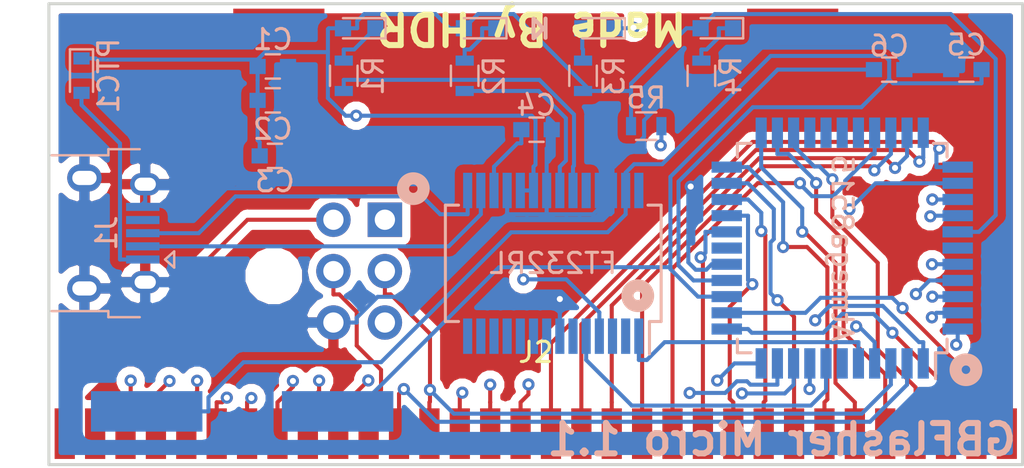
<source format=kicad_pcb>
(kicad_pcb (version 20171130) (host pcbnew "(5.0.2)-1")

  (general
    (thickness 0.8)
    (drawings 13)
    (tracks 582)
    (zones 0)
    (modules 22)
    (nets 49)
  )

  (page A4)
  (layers
    (0 F.Cu signal)
    (1 In1.Cu signal)
    (2 In2.Cu signal)
    (31 B.Cu signal)
    (32 B.Adhes user)
    (33 F.Adhes user)
    (34 B.Paste user)
    (35 F.Paste user)
    (36 B.SilkS user)
    (37 F.SilkS user)
    (38 B.Mask user)
    (39 F.Mask user)
    (40 Dwgs.User user)
    (41 Cmts.User user)
    (42 Eco1.User user)
    (43 Eco2.User user)
    (44 Edge.Cuts user)
    (45 Margin user)
    (46 B.CrtYd user)
    (47 F.CrtYd user)
    (48 B.Fab user)
    (49 F.Fab user)
  )

  (setup
    (last_trace_width 0.2)
    (trace_clearance 0.2)
    (zone_clearance 0.4)
    (zone_45_only no)
    (trace_min 0.2)
    (segment_width 0.2)
    (edge_width 0.2)
    (via_size 0.6)
    (via_drill 0.3)
    (via_min_size 0.4)
    (via_min_drill 0.3)
    (uvia_size 0.3)
    (uvia_drill 0.1)
    (uvias_allowed no)
    (uvia_min_size 0.2)
    (uvia_min_drill 0.1)
    (pcb_text_width 0.3)
    (pcb_text_size 1.5 1.5)
    (mod_edge_width 0.15)
    (mod_text_size 1 1)
    (mod_text_width 0.15)
    (pad_size 4.5 3.5)
    (pad_drill 0)
    (pad_to_mask_clearance 0.2)
    (solder_mask_min_width 0.25)
    (aux_axis_origin 0 0)
    (visible_elements 7FFFFFFF)
    (pcbplotparams
      (layerselection 0x010fc_ffffffff)
      (usegerberextensions false)
      (usegerberattributes false)
      (usegerberadvancedattributes false)
      (creategerberjobfile false)
      (excludeedgelayer true)
      (linewidth 0.100000)
      (plotframeref false)
      (viasonmask false)
      (mode 1)
      (useauxorigin false)
      (hpglpennumber 1)
      (hpglpenspeed 20)
      (hpglpendiameter 15.000000)
      (psnegative false)
      (psa4output false)
      (plotreference true)
      (plotvalue true)
      (plotinvisibletext false)
      (padsonsilk false)
      (subtractmaskfromsilk false)
      (outputformat 1)
      (mirror false)
      (drillshape 0)
      (scaleselection 1)
      (outputdirectory "MicroGerbers/"))
  )

  (net 0 "")
  (net 1 +5V)
  (net 2 /XIN)
  (net 3 "Net-(C6-Pad1)")
  (net 4 "Net-(IC3-Pad15)")
  (net 5 /A7)
  (net 6 /A6)
  (net 7 /A5)
  (net 8 /RESET)
  (net 9 "Net-(LED1-Pad1)")
  (net 10 "Net-(LED2-Pad1)")
  (net 11 "Net-(LED3-Pad2)")
  (net 12 "Net-(LED4-Pad1)")
  (net 13 "Net-(C4-Pad2)")
  (net 14 "Net-(IC1-Pad5)")
  (net 15 /TXLED)
  (net 16 /RXLED)
  (net 17 "Net-(IC1-Pad7)")
  (net 18 /A9)
  (net 19 /WR)
  (net 20 /RD)
  (net 21 /CS)
  (net 22 /A0)
  (net 23 /A1)
  (net 24 /A2)
  (net 25 /A3)
  (net 26 /A4)
  (net 27 /A8)
  (net 28 /A10)
  (net 29 /A11)
  (net 30 /A12)
  (net 31 /A13)
  (net 32 /A14)
  (net 33 /A15)
  (net 34 /D0)
  (net 35 /D1)
  (net 36 /D2)
  (net 37 /D3)
  (net 38 /D4)
  (net 39 /D5)
  (net 40 /D6)
  (net 41 /D7)
  (net 42 /RST)
  (net 43 /RWLED)
  (net 44 GND)
  (net 45 /SNDAIN)
  (net 46 "Net-(IC3-Pad16)")
  (net 47 "Net-(J2-Pad2)")
  (net 48 "Net-(J1-Pad1)")

  (net_class Default "This is the default net class."
    (clearance 0.2)
    (trace_width 0.2)
    (via_dia 0.6)
    (via_drill 0.3)
    (uvia_dia 0.3)
    (uvia_drill 0.1)
    (add_net +5V)
    (add_net /A0)
    (add_net /A1)
    (add_net /A10)
    (add_net /A11)
    (add_net /A12)
    (add_net /A13)
    (add_net /A14)
    (add_net /A15)
    (add_net /A2)
    (add_net /A3)
    (add_net /A4)
    (add_net /A5)
    (add_net /A6)
    (add_net /A7)
    (add_net /A8)
    (add_net /A9)
    (add_net /CS)
    (add_net /D0)
    (add_net /D1)
    (add_net /D2)
    (add_net /D3)
    (add_net /D4)
    (add_net /D5)
    (add_net /D6)
    (add_net /D7)
    (add_net /RD)
    (add_net /RESET)
    (add_net /RST)
    (add_net /RWLED)
    (add_net /RXLED)
    (add_net /SNDAIN)
    (add_net /TXLED)
    (add_net /WR)
    (add_net /XIN)
    (add_net GND)
    (add_net "Net-(C4-Pad2)")
    (add_net "Net-(C6-Pad1)")
    (add_net "Net-(IC1-Pad5)")
    (add_net "Net-(IC1-Pad7)")
    (add_net "Net-(IC3-Pad15)")
    (add_net "Net-(IC3-Pad16)")
    (add_net "Net-(J1-Pad1)")
    (add_net "Net-(J2-Pad2)")
    (add_net "Net-(LED1-Pad1)")
    (add_net "Net-(LED2-Pad1)")
    (add_net "Net-(LED3-Pad2)")
    (add_net "Net-(LED4-Pad1)")
  )

  (module Custom:DSL_Cartridge_Reader_Micro (layer F.Cu) (tedit 5CD779EB) (tstamp 5CB0FE31)
    (at 144.323 64.8208)
    (descr "Game Boy cartridge slot, DealExtreme 37787")
    (tags "gameboy cartridge slot")
    (path /5C34DD28)
    (attr smd)
    (fp_text reference J2 (at 0 1.7272 180) (layer F.SilkS)
      (effects (font (size 1 1) (thickness 0.15)))
    )
    (fp_text value CartBus (at 0 -11) (layer F.Fab)
      (effects (font (size 1 1) (thickness 0.15)))
    )
    (fp_text user %R (at 0 -1) (layer F.Fab)
      (effects (font (size 2 2) (thickness 0.2)))
    )
    (pad 32 smd rect (at 23.25 5.75) (size 1 2.5) (layers F.Cu F.Paste F.Mask)
      (net 44 GND))
    (pad 31 smd rect (at 21.75 5.75) (size 1 2.5) (layers F.Cu F.Paste F.Mask)
      (net 45 /SNDAIN))
    (pad 30 smd rect (at 20.25 5.75) (size 1 2.5) (layers F.Cu F.Paste F.Mask)
      (net 42 /RST))
    (pad 29 smd rect (at 18.75 5.75) (size 1 2.5) (layers F.Cu F.Paste F.Mask)
      (net 41 /D7))
    (pad 28 smd rect (at 17.25 5.75) (size 1 2.5) (layers F.Cu F.Paste F.Mask)
      (net 40 /D6))
    (pad 27 smd rect (at 15.75 5.75) (size 1 2.5) (layers F.Cu F.Paste F.Mask)
      (net 39 /D5))
    (pad 26 smd rect (at 14.25 5.75) (size 1 2.5) (layers F.Cu F.Paste F.Mask)
      (net 38 /D4))
    (pad 25 smd rect (at 12.75 5.75) (size 1 2.5) (layers F.Cu F.Paste F.Mask)
      (net 37 /D3))
    (pad 24 smd rect (at 11.25 5.75) (size 1 2.5) (layers F.Cu F.Paste F.Mask)
      (net 36 /D2))
    (pad 23 smd rect (at 9.75 5.75) (size 1 2.5) (layers F.Cu F.Paste F.Mask)
      (net 35 /D1))
    (pad 22 smd rect (at 8.25 5.75) (size 1 2.5) (layers F.Cu F.Paste F.Mask)
      (net 34 /D0))
    (pad 21 smd rect (at 6.75 5.75) (size 1 2.5) (layers F.Cu F.Paste F.Mask)
      (net 33 /A15))
    (pad 20 smd rect (at 5.25 5.75) (size 1 2.5) (layers F.Cu F.Paste F.Mask)
      (net 32 /A14))
    (pad 19 smd rect (at 3.75 5.75) (size 1 2.5) (layers F.Cu F.Paste F.Mask)
      (net 31 /A13))
    (pad 18 smd rect (at 2.25 5.75) (size 1 2.5) (layers F.Cu F.Paste F.Mask)
      (net 30 /A12))
    (pad 17 smd rect (at 0.75 5.75) (size 1 2.5) (layers F.Cu F.Paste F.Mask)
      (net 29 /A11))
    (pad 16 smd rect (at -0.75 5.75) (size 1 2.5) (layers F.Cu F.Paste F.Mask)
      (net 28 /A10))
    (pad 14 smd rect (at -3.75 5.75) (size 1 2.5) (layers F.Cu F.Paste F.Mask)
      (net 27 /A8))
    (pad 13 smd rect (at -5.25 5.75) (size 1 2.5) (layers F.Cu F.Paste F.Mask)
      (net 5 /A7))
    (pad 12 smd rect (at -6.75 5.75) (size 1 2.5) (layers F.Cu F.Paste F.Mask)
      (net 6 /A6))
    (pad 11 smd rect (at -8.25 5.75) (size 1 2.5) (layers F.Cu F.Paste F.Mask)
      (net 7 /A5))
    (pad 10 smd rect (at -9.75 5.75) (size 1 2.5) (layers F.Cu F.Paste F.Mask)
      (net 26 /A4))
    (pad 9 smd rect (at -11.25 5.75) (size 1 2.5) (layers F.Cu F.Paste F.Mask)
      (net 25 /A3))
    (pad 8 smd rect (at -12.75 5.75) (size 1 2.5) (layers F.Cu F.Paste F.Mask)
      (net 24 /A2))
    (pad 7 smd rect (at -14.25 5.75) (size 1 2.5) (layers F.Cu F.Paste F.Mask)
      (net 23 /A1))
    (pad 6 smd rect (at -15.75 5.75) (size 1 2.5) (layers F.Cu F.Paste F.Mask)
      (net 22 /A0))
    (pad 5 smd rect (at -17.25 5.75) (size 1 2.5) (layers F.Cu F.Paste F.Mask)
      (net 21 /CS))
    (pad 4 smd rect (at -18.75 5.75) (size 1 2.5) (layers F.Cu F.Paste F.Mask)
      (net 20 /RD))
    (pad 3 smd rect (at -20.25 5.75) (size 1 2.5) (layers F.Cu F.Paste F.Mask)
      (net 19 /WR))
    (pad 2 smd rect (at -21.75 5.75) (size 1 2.5) (layers F.Cu F.Paste F.Mask)
      (net 47 "Net-(J2-Pad2)"))
    (pad 15 smd rect (at -2.25 5.75) (size 1 2.5) (layers F.Cu F.Paste F.Mask)
      (net 18 /A9))
    (pad 1 smd rect (at -23.25 5.75) (size 1 2.5) (layers F.Cu F.Paste F.Mask)
      (net 1 +5V))
    (pad GND smd rect (at -12.68204 -13.50016) (size 4.5 3.5) (layers F.Cu F.Paste F.Mask)
      (net 44 GND))
    (pad GND smd rect (at 12.68204 -13.50016) (size 4.5 3.5) (layers F.Cu F.Paste F.Mask)
      (net 44 GND))
    (pad "" np_thru_hole circle (at 12.93204 -2.04724) (size 2 2) (drill 2) (layers *.Cu *.Mask))
    (pad "" np_thru_hole circle (at -12.93204 -2.04724) (size 2 2) (drill 2) (layers *.Cu *.Mask))
    (model ${KISYS3DMOD}/Gekkio_Connector_PCBEdge.3dshapes/GameBoy_Cartridge_DX-37787_1x32_P1.50mm_Socket_Horizontal.wrl
      (at (xyz 0 0 0))
      (scale (xyz 1 1 1))
      (rotate (xyz 0 0 0))
    )
  )

  (module Custom:USB_Micro-B_Amphenol_10103594-0001LF_Horizontal (layer B.Cu) (tedit 5CB0FDF9) (tstamp 5CB0FE08)
    (at 123.16 60.64 90)
    (descr "Micro USB Type B 10103594-0001LF, http://cdn.amphenol-icc.com/media/wysiwyg/files/drawing/10103594.pdf")
    (tags "USB USB_B USB_micro USB_OTG")
    (path /5CB18AA0)
    (attr smd)
    (fp_text reference J1 (at -0.0152 -0.0208 90) (layer B.SilkS)
      (effects (font (size 1 1) (thickness 0.15)) (justify mirror))
    )
    (fp_text value USB_B_Micro (at -0.025 -4.435 90) (layer B.Fab)
      (effects (font (size 1 1) (thickness 0.15)) (justify mirror))
    )
    (fp_line (start 4.14 -3.58) (end -4.13 -3.58) (layer B.CrtYd) (width 0.05))
    (fp_line (start 4.14 -3.58) (end 4.14 2.88) (layer B.CrtYd) (width 0.05))
    (fp_line (start -4.13 2.88) (end -4.13 -3.58) (layer B.CrtYd) (width 0.05))
    (fp_line (start -4.13 2.88) (end 4.14 2.88) (layer B.CrtYd) (width 0.05))
    (fp_line (start -4.025 -2.835) (end 3.975 -2.835) (layer Dwgs.User) (width 0.1))
    (fp_line (start -3.775 -3.335) (end -3.775 0.865) (layer B.Fab) (width 0.12))
    (fp_line (start -2.975 1.615) (end 3.725 1.615) (layer B.Fab) (width 0.12))
    (fp_line (start 3.725 1.615) (end 3.725 -3.335) (layer B.Fab) (width 0.12))
    (fp_line (start 3.725 -3.335) (end -3.775 -3.335) (layer B.Fab) (width 0.12))
    (fp_line (start -3.775 0.865) (end -2.975 1.615) (layer B.Fab) (width 0.12))
    (fp_line (start -1.325 2.865) (end -1.725 3.315) (layer B.SilkS) (width 0.12))
    (fp_line (start -1.725 3.315) (end -0.925 3.315) (layer B.SilkS) (width 0.12))
    (fp_line (start -0.925 3.315) (end -1.325 2.865) (layer B.SilkS) (width 0.12))
    (fp_line (start 3.825 -2.735) (end 3.825 0.065) (layer B.SilkS) (width 0.12))
    (fp_line (start 3.825 0.065) (end 4.125 0.065) (layer B.SilkS) (width 0.12))
    (fp_line (start 4.125 0.065) (end 4.125 1.615) (layer B.SilkS) (width 0.12))
    (fp_line (start -3.875 -2.735) (end -3.875 0.065) (layer B.SilkS) (width 0.12))
    (fp_line (start -4.175 0.065) (end -3.875 0.065) (layer B.SilkS) (width 0.12))
    (fp_line (start -4.175 0.065) (end -4.175 1.615) (layer B.SilkS) (width 0.12))
    (fp_text user %R (at -0.025 0.015 90) (layer B.Fab)
      (effects (font (size 1 1) (thickness 0.15)) (justify mirror))
    )
    (fp_text user "PCB edge" (at -0.025 -2.235 90) (layer Dwgs.User)
      (effects (font (size 0.5 0.5) (thickness 0.075)))
    )
    (pad 6 thru_hole oval (at 2.705 -1.115) (size 1.7 1.35) (drill oval 1.2 0.7) (layers *.Cu *.Mask)
      (net 44 GND))
    (pad 6 thru_hole oval (at -2.755 -1.115) (size 1.7 1.35) (drill oval 1.2 0.7) (layers *.Cu *.Mask)
      (net 44 GND))
    (pad 6 thru_hole oval (at 2.395 1.885) (size 1.5 1.1) (drill oval 1.05 0.65) (layers *.Cu *.Mask)
      (net 44 GND))
    (pad 6 thru_hole oval (at -2.445 1.885) (size 1.5 1.1) (drill oval 1.05 0.65) (layers *.Cu *.Mask)
      (net 44 GND))
    (pad 5 smd rect (at 1.275 1.765) (size 1.65 0.4) (layers B.Cu B.Paste B.Mask)
      (net 44 GND))
    (pad 4 smd rect (at 0.625 1.765) (size 1.65 0.4) (layers B.Cu B.Paste B.Mask))
    (pad 3 smd rect (at -0.025 1.765) (size 1.65 0.4) (layers B.Cu B.Paste B.Mask)
      (net 4 "Net-(IC3-Pad15)"))
    (pad 2 smd rect (at -0.675 1.765) (size 1.65 0.4) (layers B.Cu B.Paste B.Mask)
      (net 46 "Net-(IC3-Pad16)"))
    (pad 1 smd rect (at -1.325 1.765) (size 1.65 0.4) (layers B.Cu B.Paste B.Mask)
      (net 48 "Net-(J1-Pad1)"))
    (model ${KISYS3DMOD}/Connector_USB.3dshapes/USB_Micro-B_Amphenol_10103594-0001LF_Horizontal.wrl
      (at (xyz 0 0 0))
      (scale (xyz 1 1 1))
      (rotate (xyz 0 0 0))
    )
  )

  (module Custom:ECS-60-32-5PXDN-TR (layer B.Cu) (tedit 5CA97A6C) (tstamp 5C37E5EC)
    (at 131.63 69.47)
    (descr "SMD Crystal SERIES SMD0603/2 http://www.petermann-technik.de/fileadmin/petermann/pdf/SMD0603-2.pdf, hand-soldering, 6.0x3.5mm^2 package")
    (tags "SMD SMT crystal hand-soldering")
    (path /5C43B5B8)
    (attr smd)
    (fp_text reference XTAL1 (at 0 2.95) (layer B.SilkS) hide
      (effects (font (size 1 1) (thickness 0.15)) (justify mirror))
    )
    (fp_text value 6MHz (at 0 -2.95) (layer B.Fab)
      (effects (font (size 1 1) (thickness 0.15)) (justify mirror))
    )
    (pad 2 smd rect (at 2.9125 0) (size 5.5 2) (layers B.Cu B.Paste B.Mask)
      (net 3 "Net-(C6-Pad1)"))
    (pad 1 smd rect (at -6.513 0) (size 5.5 2) (layers B.Cu B.Paste B.Mask)
      (net 2 /XIN))
    (model ${KISYS3DMOD}/Crystals.3dshapes/Crystal_SMD_0603-2pin_6.0x3.5mm_HandSoldering.wrl
      (at (xyz 0 0 0))
      (scale (xyz 1 1 1))
      (rotate (xyz 0 0 0))
    )
  )

  (module Custom:Pin_Header_Angled_2x03_Pitch2.54mm (layer B.Cu) (tedit 5C375F91) (tstamp 5C380EE8)
    (at 136.875 60 180)
    (descr "Through hole angled pin header, 2x03, 2.54mm pitch, 6mm pin length, double rows")
    (tags "Through hole angled pin header THT 2x03 2.54mm double row")
    (path /5C452579)
    (fp_text reference JP1 (at 0.762 2.794 180) (layer B.SilkS) hide
      (effects (font (size 1 1) (thickness 0.15)) (justify mirror))
    )
    (fp_text value Conn_02x03_Odd_Even (at 5.655 -7.35 180) (layer B.Fab)
      (effects (font (size 1 1) (thickness 0.15)) (justify mirror))
    )
    (fp_line (start -0.32 -4.76) (end -0.32 -5.4) (layer B.Fab) (width 0.1))
    (fp_line (start -0.32 -2.22) (end -0.32 -2.86) (layer B.Fab) (width 0.1))
    (fp_line (start -0.32 0.32) (end -0.32 -0.32) (layer B.Fab) (width 0.1))
    (pad 6 thru_hole oval (at 2.54 -5.08 180) (size 1.7 1.7) (drill 1) (layers *.Cu *.Mask)
      (net 44 GND))
    (pad 5 thru_hole oval (at 0 -5.08 180) (size 1.7 1.7) (drill 1) (layers *.Cu *.Mask)
      (net 8 /RESET))
    (pad 4 thru_hole oval (at 2.54 -2.54 180) (size 1.7 1.7) (drill 1) (layers *.Cu *.Mask)
      (net 7 /A5))
    (pad 3 thru_hole oval (at 0 -2.54 180) (size 1.7 1.7) (drill 1) (layers *.Cu *.Mask)
      (net 5 /A7))
    (pad 2 thru_hole oval (at 2.54 0 180) (size 1.7 1.7) (drill 1) (layers *.Cu *.Mask)
      (net 1 +5V))
    (pad 1 thru_hole rect (at 0 0 180) (size 1.7 1.7) (drill 1) (layers *.Cu *.Mask)
      (net 6 /A6))
    (model ${KISYS3DMOD}/Pin_Headers.3dshapes/Pin_Header_Angled_2x03_Pitch2.54mm.wrl
      (at (xyz 0 0 0))
      (scale (xyz 1 1 1))
      (rotate (xyz 0 0 0))
    )
  )

  (module Capacitors_SMD:C_0603 (layer B.Cu) (tedit 5C796B98) (tstamp 5C350C32)
    (at 131.343 52.4256)
    (descr "Capacitor SMD 0603, reflow soldering, AVX (see smccp.pdf)")
    (tags "capacitor 0603")
    (path /5C437106)
    (attr smd)
    (fp_text reference C1 (at 0 -1.3335) (layer B.SilkS)
      (effects (font (size 1 1) (thickness 0.15)) (justify mirror))
    )
    (fp_text value 0.1uF (at 0 -1.5) (layer B.Fab)
      (effects (font (size 1 1) (thickness 0.15)) (justify mirror))
    )
    (fp_line (start 1.4 -0.65) (end -1.4 -0.65) (layer B.CrtYd) (width 0.05))
    (fp_line (start 1.4 -0.65) (end 1.4 0.65) (layer B.CrtYd) (width 0.05))
    (fp_line (start -1.4 0.65) (end -1.4 -0.65) (layer B.CrtYd) (width 0.05))
    (fp_line (start -1.4 0.65) (end 1.4 0.65) (layer B.CrtYd) (width 0.05))
    (fp_line (start 0.35 -0.6) (end -0.35 -0.6) (layer B.SilkS) (width 0.12))
    (fp_line (start -0.35 0.6) (end 0.35 0.6) (layer B.SilkS) (width 0.12))
    (fp_line (start -0.8 0.4) (end 0.8 0.4) (layer B.Fab) (width 0.1))
    (fp_line (start 0.8 0.4) (end 0.8 -0.4) (layer B.Fab) (width 0.1))
    (fp_line (start 0.8 -0.4) (end -0.8 -0.4) (layer B.Fab) (width 0.1))
    (fp_line (start -0.8 -0.4) (end -0.8 0.4) (layer B.Fab) (width 0.1))
    (fp_text user %R (at 0.114999 -0.027999) (layer B.Fab)
      (effects (font (size 0.3 0.3) (thickness 0.075)) (justify mirror))
    )
    (pad 2 smd rect (at 0.75 0) (size 0.8 0.75) (layers B.Cu B.Paste B.Mask)
      (net 44 GND))
    (pad 1 smd rect (at -0.75 0) (size 0.8 0.75) (layers B.Cu B.Paste B.Mask)
      (net 1 +5V))
    (model Capacitors_SMD.3dshapes/C_0603.wrl
      (at (xyz 0 0 0))
      (scale (xyz 1 1 1))
      (rotate (xyz 0 0 0))
    )
  )

  (module Capacitors_SMD:C_0603 (layer B.Cu) (tedit 59958EE7) (tstamp 5C350C43)
    (at 131.343 54.102)
    (descr "Capacitor SMD 0603, reflow soldering, AVX (see smccp.pdf)")
    (tags "capacitor 0603")
    (path /5C42BCE5)
    (attr smd)
    (fp_text reference C2 (at 0 1.4224) (layer B.SilkS)
      (effects (font (size 1 1) (thickness 0.15)) (justify mirror))
    )
    (fp_text value 0.1uF (at 0 -1.5) (layer B.Fab)
      (effects (font (size 1 1) (thickness 0.15)) (justify mirror))
    )
    (fp_text user %R (at 0 0) (layer B.Fab)
      (effects (font (size 0.3 0.3) (thickness 0.075)) (justify mirror))
    )
    (fp_line (start -0.8 -0.4) (end -0.8 0.4) (layer B.Fab) (width 0.1))
    (fp_line (start 0.8 -0.4) (end -0.8 -0.4) (layer B.Fab) (width 0.1))
    (fp_line (start 0.8 0.4) (end 0.8 -0.4) (layer B.Fab) (width 0.1))
    (fp_line (start -0.8 0.4) (end 0.8 0.4) (layer B.Fab) (width 0.1))
    (fp_line (start -0.35 0.6) (end 0.35 0.6) (layer B.SilkS) (width 0.12))
    (fp_line (start 0.35 -0.6) (end -0.35 -0.6) (layer B.SilkS) (width 0.12))
    (fp_line (start -1.4 0.65) (end 1.4 0.65) (layer B.CrtYd) (width 0.05))
    (fp_line (start -1.4 0.65) (end -1.4 -0.65) (layer B.CrtYd) (width 0.05))
    (fp_line (start 1.4 -0.65) (end 1.4 0.65) (layer B.CrtYd) (width 0.05))
    (fp_line (start 1.4 -0.65) (end -1.4 -0.65) (layer B.CrtYd) (width 0.05))
    (pad 1 smd rect (at -0.75 0) (size 0.8 0.75) (layers B.Cu B.Paste B.Mask)
      (net 1 +5V))
    (pad 2 smd rect (at 0.75 0) (size 0.8 0.75) (layers B.Cu B.Paste B.Mask)
      (net 44 GND))
    (model Capacitors_SMD.3dshapes/C_0603.wrl
      (at (xyz 0 0 0))
      (scale (xyz 1 1 1))
      (rotate (xyz 0 0 0))
    )
  )

  (module Capacitors_SMD:C_0603 (layer B.Cu) (tedit 59958EE7) (tstamp 5C350C54)
    (at 131.445 56.8452)
    (descr "Capacitor SMD 0603, reflow soldering, AVX (see smccp.pdf)")
    (tags "capacitor 0603")
    (path /5C4245CA)
    (attr smd)
    (fp_text reference C3 (at 0 1.27) (layer B.SilkS)
      (effects (font (size 1 1) (thickness 0.15)) (justify mirror))
    )
    (fp_text value 10uF (at 0 -1.5) (layer B.Fab)
      (effects (font (size 1 1) (thickness 0.15)) (justify mirror))
    )
    (fp_line (start 1.4 -0.65) (end -1.4 -0.65) (layer B.CrtYd) (width 0.05))
    (fp_line (start 1.4 -0.65) (end 1.4 0.65) (layer B.CrtYd) (width 0.05))
    (fp_line (start -1.4 0.65) (end -1.4 -0.65) (layer B.CrtYd) (width 0.05))
    (fp_line (start -1.4 0.65) (end 1.4 0.65) (layer B.CrtYd) (width 0.05))
    (fp_line (start 0.35 -0.6) (end -0.35 -0.6) (layer B.SilkS) (width 0.12))
    (fp_line (start -0.35 0.6) (end 0.35 0.6) (layer B.SilkS) (width 0.12))
    (fp_line (start -0.8 0.4) (end 0.8 0.4) (layer B.Fab) (width 0.1))
    (fp_line (start 0.8 0.4) (end 0.8 -0.4) (layer B.Fab) (width 0.1))
    (fp_line (start 0.8 -0.4) (end -0.8 -0.4) (layer B.Fab) (width 0.1))
    (fp_line (start -0.8 -0.4) (end -0.8 0.4) (layer B.Fab) (width 0.1))
    (fp_text user %R (at 0 0) (layer B.Fab)
      (effects (font (size 0.3 0.3) (thickness 0.075)) (justify mirror))
    )
    (pad 2 smd rect (at 0.75 0) (size 0.8 0.75) (layers B.Cu B.Paste B.Mask)
      (net 44 GND))
    (pad 1 smd rect (at -0.75 0) (size 0.8 0.75) (layers B.Cu B.Paste B.Mask)
      (net 1 +5V))
    (model Capacitors_SMD.3dshapes/C_0603.wrl
      (at (xyz 0 0 0))
      (scale (xyz 1 1 1))
      (rotate (xyz 0 0 0))
    )
  )

  (module Capacitors_SMD:C_0603 (layer B.Cu) (tedit 59958EE7) (tstamp 5C350C65)
    (at 144.36 55.5498 180)
    (descr "Capacitor SMD 0603, reflow soldering, AVX (see smccp.pdf)")
    (tags "capacitor 0603")
    (path /5C403F17)
    (attr smd)
    (fp_text reference C4 (at 0.012 1.2065 180) (layer B.SilkS)
      (effects (font (size 1 1) (thickness 0.15)) (justify mirror))
    )
    (fp_text value 0.1uF (at 0 -1.5 180) (layer B.Fab)
      (effects (font (size 1 1) (thickness 0.15)) (justify mirror))
    )
    (fp_text user %R (at 0 0 180) (layer B.Fab)
      (effects (font (size 0.3 0.3) (thickness 0.075)) (justify mirror))
    )
    (fp_line (start -0.8 -0.4) (end -0.8 0.4) (layer B.Fab) (width 0.1))
    (fp_line (start 0.8 -0.4) (end -0.8 -0.4) (layer B.Fab) (width 0.1))
    (fp_line (start 0.8 0.4) (end 0.8 -0.4) (layer B.Fab) (width 0.1))
    (fp_line (start -0.8 0.4) (end 0.8 0.4) (layer B.Fab) (width 0.1))
    (fp_line (start -0.35 0.6) (end 0.35 0.6) (layer B.SilkS) (width 0.12))
    (fp_line (start 0.35 -0.6) (end -0.35 -0.6) (layer B.SilkS) (width 0.12))
    (fp_line (start -1.4 0.65) (end 1.4 0.65) (layer B.CrtYd) (width 0.05))
    (fp_line (start -1.4 0.65) (end -1.4 -0.65) (layer B.CrtYd) (width 0.05))
    (fp_line (start 1.4 -0.65) (end 1.4 0.65) (layer B.CrtYd) (width 0.05))
    (fp_line (start 1.4 -0.65) (end -1.4 -0.65) (layer B.CrtYd) (width 0.05))
    (pad 1 smd rect (at -0.75 0 180) (size 0.8 0.75) (layers B.Cu B.Paste B.Mask)
      (net 44 GND))
    (pad 2 smd rect (at 0.75 0 180) (size 0.8 0.75) (layers B.Cu B.Paste B.Mask)
      (net 13 "Net-(C4-Pad2)"))
    (model Capacitors_SMD.3dshapes/C_0603.wrl
      (at (xyz 0 0 0))
      (scale (xyz 1 1 1))
      (rotate (xyz 0 0 0))
    )
  )

  (module Capacitors_SMD:C_0603 (layer B.Cu) (tedit 59958EE7) (tstamp 5C350C76)
    (at 165.577 52.5814 180)
    (descr "Capacitor SMD 0603, reflow soldering, AVX (see smccp.pdf)")
    (tags "capacitor 0603")
    (path /5C44CF09)
    (attr smd)
    (fp_text reference C5 (at 0 1.2192 180) (layer B.SilkS)
      (effects (font (size 1 1) (thickness 0.15)) (justify mirror))
    )
    (fp_text value 22pF (at 0 -1.5 180) (layer B.Fab)
      (effects (font (size 1 1) (thickness 0.15)) (justify mirror))
    )
    (fp_line (start 1.4 -0.65) (end -1.4 -0.65) (layer B.CrtYd) (width 0.05))
    (fp_line (start 1.4 -0.65) (end 1.4 0.65) (layer B.CrtYd) (width 0.05))
    (fp_line (start -1.4 0.65) (end -1.4 -0.65) (layer B.CrtYd) (width 0.05))
    (fp_line (start -1.4 0.65) (end 1.4 0.65) (layer B.CrtYd) (width 0.05))
    (fp_line (start 0.35 -0.6) (end -0.35 -0.6) (layer B.SilkS) (width 0.12))
    (fp_line (start -0.35 0.6) (end 0.35 0.6) (layer B.SilkS) (width 0.12))
    (fp_line (start -0.8 0.4) (end 0.8 0.4) (layer B.Fab) (width 0.1))
    (fp_line (start 0.8 0.4) (end 0.8 -0.4) (layer B.Fab) (width 0.1))
    (fp_line (start 0.8 -0.4) (end -0.8 -0.4) (layer B.Fab) (width 0.1))
    (fp_line (start -0.8 -0.4) (end -0.8 0.4) (layer B.Fab) (width 0.1))
    (fp_text user %R (at 0 0 180) (layer B.Fab)
      (effects (font (size 0.3 0.3) (thickness 0.075)) (justify mirror))
    )
    (pad 2 smd rect (at 0.75 0 180) (size 0.8 0.75) (layers B.Cu B.Paste B.Mask)
      (net 44 GND))
    (pad 1 smd rect (at -0.75 0 180) (size 0.8 0.75) (layers B.Cu B.Paste B.Mask)
      (net 2 /XIN))
    (model Capacitors_SMD.3dshapes/C_0603.wrl
      (at (xyz 0 0 0))
      (scale (xyz 1 1 1))
      (rotate (xyz 0 0 0))
    )
  )

  (module Capacitors_SMD:C_0603 (layer B.Cu) (tedit 59958EE7) (tstamp 5C350C87)
    (at 161.767 52.5814)
    (descr "Capacitor SMD 0603, reflow soldering, AVX (see smccp.pdf)")
    (tags "capacitor 0603")
    (path /5C44CF77)
    (attr smd)
    (fp_text reference C6 (at 0 -1.1684) (layer B.SilkS)
      (effects (font (size 1 1) (thickness 0.15)) (justify mirror))
    )
    (fp_text value 22pF (at 0 -1.5) (layer B.Fab)
      (effects (font (size 1 1) (thickness 0.15)) (justify mirror))
    )
    (fp_text user %R (at 0 0) (layer B.Fab)
      (effects (font (size 0.3 0.3) (thickness 0.075)) (justify mirror))
    )
    (fp_line (start -0.8 -0.4) (end -0.8 0.4) (layer B.Fab) (width 0.1))
    (fp_line (start 0.8 -0.4) (end -0.8 -0.4) (layer B.Fab) (width 0.1))
    (fp_line (start 0.8 0.4) (end 0.8 -0.4) (layer B.Fab) (width 0.1))
    (fp_line (start -0.8 0.4) (end 0.8 0.4) (layer B.Fab) (width 0.1))
    (fp_line (start -0.35 0.6) (end 0.35 0.6) (layer B.SilkS) (width 0.12))
    (fp_line (start 0.35 -0.6) (end -0.35 -0.6) (layer B.SilkS) (width 0.12))
    (fp_line (start -1.4 0.65) (end 1.4 0.65) (layer B.CrtYd) (width 0.05))
    (fp_line (start -1.4 0.65) (end -1.4 -0.65) (layer B.CrtYd) (width 0.05))
    (fp_line (start 1.4 -0.65) (end 1.4 0.65) (layer B.CrtYd) (width 0.05))
    (fp_line (start 1.4 -0.65) (end -1.4 -0.65) (layer B.CrtYd) (width 0.05))
    (pad 1 smd rect (at -0.75 0) (size 0.8 0.75) (layers B.Cu B.Paste B.Mask)
      (net 3 "Net-(C6-Pad1)"))
    (pad 2 smd rect (at 0.75 0) (size 0.8 0.75) (layers B.Cu B.Paste B.Mask)
      (net 44 GND))
    (model Capacitors_SMD.3dshapes/C_0603.wrl
      (at (xyz 0 0 0))
      (scale (xyz 1 1 1))
      (rotate (xyz 0 0 0))
    )
  )

  (module LEDs:LED_0603 (layer B.Cu) (tedit 5C376399) (tstamp 5C350D3B)
    (at 135.607 50.5379 180)
    (descr "LED 0603 smd package")
    (tags "LED led 0603 SMD smd SMT smt smdled SMDLED smtled SMTLED")
    (path /5C3B1FE4)
    (attr smd)
    (fp_text reference LED1 (at 0 1.25 180) (layer B.SilkS) hide
      (effects (font (size 1 1) (thickness 0.15)) (justify mirror))
    )
    (fp_text value LED (at 0 -1.35 180) (layer B.Fab)
      (effects (font (size 1 1) (thickness 0.15)) (justify mirror))
    )
    (fp_line (start -1.45 0.65) (end 1.45 0.65) (layer B.CrtYd) (width 0.05))
    (fp_line (start -1.45 -0.65) (end -1.45 0.65) (layer B.CrtYd) (width 0.05))
    (fp_line (start 1.45 -0.65) (end -1.45 -0.65) (layer B.CrtYd) (width 0.05))
    (fp_line (start 1.45 0.65) (end 1.45 -0.65) (layer B.CrtYd) (width 0.05))
    (fp_line (start -1.3 0.5) (end 0.8 0.5) (layer B.SilkS) (width 0.12))
    (fp_line (start -1.3 -0.5) (end 0.8 -0.5) (layer B.SilkS) (width 0.12))
    (fp_line (start -0.8 -0.4) (end -0.8 0.4) (layer B.Fab) (width 0.1))
    (fp_line (start -0.8 0.4) (end 0.8 0.4) (layer B.Fab) (width 0.1))
    (fp_line (start 0.8 0.4) (end 0.8 -0.4) (layer B.Fab) (width 0.1))
    (fp_line (start 0.8 -0.4) (end -0.8 -0.4) (layer B.Fab) (width 0.1))
    (fp_line (start 0.15 0.2) (end 0.15 -0.2) (layer B.Fab) (width 0.1))
    (fp_line (start 0.15 -0.2) (end -0.15 0) (layer B.Fab) (width 0.1))
    (fp_line (start -0.15 0) (end 0.15 0.2) (layer B.Fab) (width 0.1))
    (fp_line (start -0.2 0.2) (end -0.2 -0.2) (layer B.Fab) (width 0.1))
    (fp_line (start -1.3 0.5) (end -1.3 -0.5) (layer B.SilkS) (width 0.12))
    (pad 1 smd rect (at -0.8 0) (size 0.8 0.8) (layers B.Cu B.Paste B.Mask)
      (net 9 "Net-(LED1-Pad1)"))
    (pad 2 smd rect (at 0.8 0) (size 0.8 0.8) (layers B.Cu B.Paste B.Mask)
      (net 1 +5V))
    (model ${KISYS3DMOD}/LEDs.3dshapes/LED_0603.wrl
      (at (xyz 0 0 0))
      (scale (xyz 1 1 1))
      (rotate (xyz 0 0 180))
    )
  )

  (module LEDs:LED_0603 (layer B.Cu) (tedit 5C37639E) (tstamp 5C350D50)
    (at 141.576 50.5379 180)
    (descr "LED 0603 smd package")
    (tags "LED led 0603 SMD smd SMT smt smdled SMDLED smtled SMTLED")
    (path /5C3C5EB2)
    (attr smd)
    (fp_text reference LED2 (at 0 1.25 180) (layer B.SilkS) hide
      (effects (font (size 1 1) (thickness 0.15)) (justify mirror))
    )
    (fp_text value LED (at 0 -1.35 180) (layer B.Fab)
      (effects (font (size 1 1) (thickness 0.15)) (justify mirror))
    )
    (fp_line (start -1.45 0.65) (end 1.45 0.65) (layer B.CrtYd) (width 0.05))
    (fp_line (start -1.45 -0.65) (end -1.45 0.65) (layer B.CrtYd) (width 0.05))
    (fp_line (start 1.45 -0.65) (end -1.45 -0.65) (layer B.CrtYd) (width 0.05))
    (fp_line (start 1.45 0.65) (end 1.45 -0.65) (layer B.CrtYd) (width 0.05))
    (fp_line (start -1.3 0.5) (end 0.8 0.5) (layer B.SilkS) (width 0.12))
    (fp_line (start -1.3 -0.5) (end 0.8 -0.5) (layer B.SilkS) (width 0.12))
    (fp_line (start -0.8 -0.4) (end -0.8 0.4) (layer B.Fab) (width 0.1))
    (fp_line (start -0.8 0.4) (end 0.8 0.4) (layer B.Fab) (width 0.1))
    (fp_line (start 0.8 0.4) (end 0.8 -0.4) (layer B.Fab) (width 0.1))
    (fp_line (start 0.8 -0.4) (end -0.8 -0.4) (layer B.Fab) (width 0.1))
    (fp_line (start 0.15 0.2) (end 0.15 -0.2) (layer B.Fab) (width 0.1))
    (fp_line (start 0.15 -0.2) (end -0.15 0) (layer B.Fab) (width 0.1))
    (fp_line (start -0.15 0) (end 0.15 0.2) (layer B.Fab) (width 0.1))
    (fp_line (start -0.2 0.2) (end -0.2 -0.2) (layer B.Fab) (width 0.1))
    (fp_line (start -1.3 0.5) (end -1.3 -0.5) (layer B.SilkS) (width 0.12))
    (pad 1 smd rect (at -0.8 0) (size 0.8 0.8) (layers B.Cu B.Paste B.Mask)
      (net 10 "Net-(LED2-Pad1)"))
    (pad 2 smd rect (at 0.8 0) (size 0.8 0.8) (layers B.Cu B.Paste B.Mask)
      (net 1 +5V))
    (model ${KISYS3DMOD}/LEDs.3dshapes/LED_0603.wrl
      (at (xyz 0 0 0))
      (scale (xyz 1 1 1))
      (rotate (xyz 0 0 180))
    )
  )

  (module LEDs:LED_0603 (layer B.Cu) (tedit 5C3763A3) (tstamp 5C375C73)
    (at 147.418 50.5379 180)
    (descr "LED 0603 smd package")
    (tags "LED led 0603 SMD smd SMT smt smdled SMDLED smtled SMTLED")
    (path /5C3B886E)
    (attr smd)
    (fp_text reference LED3 (at 0 1.25 180) (layer B.SilkS) hide
      (effects (font (size 1 1) (thickness 0.15)) (justify mirror))
    )
    (fp_text value LED (at 0 -1.35 180) (layer B.Fab)
      (effects (font (size 1 1) (thickness 0.15)) (justify mirror))
    )
    (fp_line (start -1.3 0.5) (end -1.3 -0.5) (layer B.SilkS) (width 0.12))
    (fp_line (start -0.2 0.2) (end -0.2 -0.2) (layer B.Fab) (width 0.1))
    (fp_line (start -0.15 0) (end 0.15 0.2) (layer B.Fab) (width 0.1))
    (fp_line (start 0.15 -0.2) (end -0.15 0) (layer B.Fab) (width 0.1))
    (fp_line (start 0.15 0.2) (end 0.15 -0.2) (layer B.Fab) (width 0.1))
    (fp_line (start 0.8 -0.4) (end -0.8 -0.4) (layer B.Fab) (width 0.1))
    (fp_line (start 0.8 0.4) (end 0.8 -0.4) (layer B.Fab) (width 0.1))
    (fp_line (start -0.8 0.4) (end 0.8 0.4) (layer B.Fab) (width 0.1))
    (fp_line (start -0.8 -0.4) (end -0.8 0.4) (layer B.Fab) (width 0.1))
    (fp_line (start -1.3 -0.5) (end 0.8 -0.5) (layer B.SilkS) (width 0.12))
    (fp_line (start -1.3 0.5) (end 0.8 0.5) (layer B.SilkS) (width 0.12))
    (fp_line (start 1.45 0.65) (end 1.45 -0.65) (layer B.CrtYd) (width 0.05))
    (fp_line (start 1.45 -0.65) (end -1.45 -0.65) (layer B.CrtYd) (width 0.05))
    (fp_line (start -1.45 -0.65) (end -1.45 0.65) (layer B.CrtYd) (width 0.05))
    (fp_line (start -1.45 0.65) (end 1.45 0.65) (layer B.CrtYd) (width 0.05))
    (pad 2 smd rect (at 0.8 0) (size 0.8 0.8) (layers B.Cu B.Paste B.Mask)
      (net 11 "Net-(LED3-Pad2)"))
    (pad 1 smd rect (at -0.8 0) (size 0.8 0.8) (layers B.Cu B.Paste B.Mask)
      (net 43 /RWLED))
    (model ${KISYS3DMOD}/LEDs.3dshapes/LED_0603.wrl
      (at (xyz 0 0 0))
      (scale (xyz 1 1 1))
      (rotate (xyz 0 0 180))
    )
  )

  (module LEDs:LED_0603 (layer B.Cu) (tedit 5CA97E91) (tstamp 5C350D7A)
    (at 153.26 50.5379 180)
    (descr "LED 0603 smd package")
    (tags "LED led 0603 SMD smd SMT smt smdled SMDLED smtled SMTLED")
    (path /5C3B1ECB)
    (attr smd)
    (fp_text reference LED4 (at 0 1.25 180) (layer B.SilkS) hide
      (effects (font (size 1 1) (thickness 0.15)) (justify mirror))
    )
    (fp_text value LED (at 0 -1.35 180) (layer B.Fab) hide
      (effects (font (size 1 1) (thickness 0.15)) (justify mirror))
    )
    (fp_line (start -1.3 0.5) (end -1.3 -0.5) (layer B.SilkS) (width 0.12))
    (fp_line (start -0.2 0.2) (end -0.2 -0.2) (layer B.Fab) (width 0.1))
    (fp_line (start -0.15 0) (end 0.15 0.2) (layer B.Fab) (width 0.1))
    (fp_line (start 0.15 -0.2) (end -0.15 0) (layer B.Fab) (width 0.1))
    (fp_line (start 0.15 0.2) (end 0.15 -0.2) (layer B.Fab) (width 0.1))
    (fp_line (start 0.8 -0.4) (end -0.8 -0.4) (layer B.Fab) (width 0.1))
    (fp_line (start 0.8 0.4) (end 0.8 -0.4) (layer B.Fab) (width 0.1))
    (fp_line (start -0.8 0.4) (end 0.8 0.4) (layer B.Fab) (width 0.1))
    (fp_line (start -0.8 -0.4) (end -0.8 0.4) (layer B.Fab) (width 0.1))
    (fp_line (start -1.3 -0.5) (end 0.8 -0.5) (layer B.SilkS) (width 0.12))
    (fp_line (start -1.3 0.5) (end 0.8 0.5) (layer B.SilkS) (width 0.12))
    (fp_line (start 1.45 0.65) (end 1.45 -0.65) (layer B.CrtYd) (width 0.05))
    (fp_line (start 1.45 -0.65) (end -1.45 -0.65) (layer B.CrtYd) (width 0.05))
    (fp_line (start -1.45 -0.65) (end -1.45 0.65) (layer B.CrtYd) (width 0.05))
    (fp_line (start -1.45 0.65) (end 1.45 0.65) (layer B.CrtYd) (width 0.05))
    (pad 2 smd rect (at 0.8 0) (size 0.8 0.8) (layers B.Cu B.Paste B.Mask)
      (net 1 +5V))
    (pad 1 smd rect (at -0.8 0) (size 0.8 0.8) (layers B.Cu B.Paste B.Mask)
      (net 12 "Net-(LED4-Pad1)"))
    (model ${KISYS3DMOD}/LEDs.3dshapes/LED_0603.wrl
      (at (xyz 0 0 0))
      (scale (xyz 1 1 1))
      (rotate (xyz 0 0 180))
    )
  )

  (module Resistors_SMD:R_0603 (layer B.Cu) (tedit 58E0A804) (tstamp 5C350DA3)
    (at 134.845 52.8874 90)
    (descr "Resistor SMD 0603, reflow soldering, Vishay (see dcrcw.pdf)")
    (tags "resistor 0603")
    (path /5C3D305E)
    (attr smd)
    (fp_text reference R1 (at 0 1.45 90) (layer B.SilkS)
      (effects (font (size 1 1) (thickness 0.15)) (justify mirror))
    )
    (fp_text value 1K (at 0 -1.5 90) (layer B.Fab)
      (effects (font (size 1 1) (thickness 0.15)) (justify mirror))
    )
    (fp_text user %R (at 0 0 90) (layer B.Fab)
      (effects (font (size 0.4 0.4) (thickness 0.075)) (justify mirror))
    )
    (fp_line (start -0.8 -0.4) (end -0.8 0.4) (layer B.Fab) (width 0.1))
    (fp_line (start 0.8 -0.4) (end -0.8 -0.4) (layer B.Fab) (width 0.1))
    (fp_line (start 0.8 0.4) (end 0.8 -0.4) (layer B.Fab) (width 0.1))
    (fp_line (start -0.8 0.4) (end 0.8 0.4) (layer B.Fab) (width 0.1))
    (fp_line (start 0.5 -0.68) (end -0.5 -0.68) (layer B.SilkS) (width 0.12))
    (fp_line (start -0.5 0.68) (end 0.5 0.68) (layer B.SilkS) (width 0.12))
    (fp_line (start -1.25 0.7) (end 1.25 0.7) (layer B.CrtYd) (width 0.05))
    (fp_line (start -1.25 0.7) (end -1.25 -0.7) (layer B.CrtYd) (width 0.05))
    (fp_line (start 1.25 -0.7) (end 1.25 0.7) (layer B.CrtYd) (width 0.05))
    (fp_line (start 1.25 -0.7) (end -1.25 -0.7) (layer B.CrtYd) (width 0.05))
    (pad 1 smd rect (at -0.75 0 90) (size 0.5 0.9) (layers B.Cu B.Paste B.Mask)
      (net 15 /TXLED))
    (pad 2 smd rect (at 0.75 0 90) (size 0.5 0.9) (layers B.Cu B.Paste B.Mask)
      (net 9 "Net-(LED1-Pad1)"))
    (model ${KISYS3DMOD}/Resistors_SMD.3dshapes/R_0603.wrl
      (at (xyz 0 0 0))
      (scale (xyz 1 1 1))
      (rotate (xyz 0 0 0))
    )
  )

  (module Resistors_SMD:R_0603 (layer B.Cu) (tedit 58E0A804) (tstamp 5C350DB4)
    (at 140.814 52.8874 90)
    (descr "Resistor SMD 0603, reflow soldering, Vishay (see dcrcw.pdf)")
    (tags "resistor 0603")
    (path /5C3D98CE)
    (attr smd)
    (fp_text reference R2 (at 0 1.45 90) (layer B.SilkS)
      (effects (font (size 1 1) (thickness 0.15)) (justify mirror))
    )
    (fp_text value 1K (at 0 -1.5 90) (layer B.Fab)
      (effects (font (size 1 1) (thickness 0.15)) (justify mirror))
    )
    (fp_line (start 1.25 -0.7) (end -1.25 -0.7) (layer B.CrtYd) (width 0.05))
    (fp_line (start 1.25 -0.7) (end 1.25 0.7) (layer B.CrtYd) (width 0.05))
    (fp_line (start -1.25 0.7) (end -1.25 -0.7) (layer B.CrtYd) (width 0.05))
    (fp_line (start -1.25 0.7) (end 1.25 0.7) (layer B.CrtYd) (width 0.05))
    (fp_line (start -0.5 0.68) (end 0.5 0.68) (layer B.SilkS) (width 0.12))
    (fp_line (start 0.5 -0.68) (end -0.5 -0.68) (layer B.SilkS) (width 0.12))
    (fp_line (start -0.8 0.4) (end 0.8 0.4) (layer B.Fab) (width 0.1))
    (fp_line (start 0.8 0.4) (end 0.8 -0.4) (layer B.Fab) (width 0.1))
    (fp_line (start 0.8 -0.4) (end -0.8 -0.4) (layer B.Fab) (width 0.1))
    (fp_line (start -0.8 -0.4) (end -0.8 0.4) (layer B.Fab) (width 0.1))
    (fp_text user %R (at 0 0 90) (layer B.Fab)
      (effects (font (size 0.4 0.4) (thickness 0.075)) (justify mirror))
    )
    (pad 2 smd rect (at 0.75 0 90) (size 0.5 0.9) (layers B.Cu B.Paste B.Mask)
      (net 10 "Net-(LED2-Pad1)"))
    (pad 1 smd rect (at -0.75 0 90) (size 0.5 0.9) (layers B.Cu B.Paste B.Mask)
      (net 16 /RXLED))
    (model ${KISYS3DMOD}/Resistors_SMD.3dshapes/R_0603.wrl
      (at (xyz 0 0 0))
      (scale (xyz 1 1 1))
      (rotate (xyz 0 0 0))
    )
  )

  (module Resistors_SMD:R_0603 (layer B.Cu) (tedit 58E0A804) (tstamp 5C350DC5)
    (at 146.656 52.8874 270)
    (descr "Resistor SMD 0603, reflow soldering, Vishay (see dcrcw.pdf)")
    (tags "resistor 0603")
    (path /5C3BF4D0)
    (attr smd)
    (fp_text reference R3 (at 0 -1.524 270) (layer B.SilkS)
      (effects (font (size 1 1) (thickness 0.15)) (justify mirror))
    )
    (fp_text value 1K (at 0 -1.5 270) (layer B.Fab)
      (effects (font (size 1 1) (thickness 0.15)) (justify mirror))
    )
    (fp_text user %R (at 0 0 270) (layer B.Fab)
      (effects (font (size 0.4 0.4) (thickness 0.075)) (justify mirror))
    )
    (fp_line (start -0.8 -0.4) (end -0.8 0.4) (layer B.Fab) (width 0.1))
    (fp_line (start 0.8 -0.4) (end -0.8 -0.4) (layer B.Fab) (width 0.1))
    (fp_line (start 0.8 0.4) (end 0.8 -0.4) (layer B.Fab) (width 0.1))
    (fp_line (start -0.8 0.4) (end 0.8 0.4) (layer B.Fab) (width 0.1))
    (fp_line (start 0.5 -0.68) (end -0.5 -0.68) (layer B.SilkS) (width 0.12))
    (fp_line (start -0.5 0.68) (end 0.5 0.68) (layer B.SilkS) (width 0.12))
    (fp_line (start -1.25 0.7) (end 1.25 0.7) (layer B.CrtYd) (width 0.05))
    (fp_line (start -1.25 0.7) (end -1.25 -0.7) (layer B.CrtYd) (width 0.05))
    (fp_line (start 1.25 -0.7) (end 1.25 0.7) (layer B.CrtYd) (width 0.05))
    (fp_line (start 1.25 -0.7) (end -1.25 -0.7) (layer B.CrtYd) (width 0.05))
    (pad 1 smd rect (at -0.75 0 270) (size 0.5 0.9) (layers B.Cu B.Paste B.Mask)
      (net 11 "Net-(LED3-Pad2)"))
    (pad 2 smd rect (at 0.75 0 270) (size 0.5 0.9) (layers B.Cu B.Paste B.Mask)
      (net 1 +5V))
    (model ${KISYS3DMOD}/Resistors_SMD.3dshapes/R_0603.wrl
      (at (xyz 0 0 0))
      (scale (xyz 1 1 1))
      (rotate (xyz 0 0 0))
    )
  )

  (module Resistors_SMD:R_0603 (layer B.Cu) (tedit 58E0A804) (tstamp 5C350DD6)
    (at 152.498 52.8874 90)
    (descr "Resistor SMD 0603, reflow soldering, Vishay (see dcrcw.pdf)")
    (tags "resistor 0603")
    (path /5C3CC7F3)
    (attr smd)
    (fp_text reference R4 (at 0 1.45 90) (layer B.SilkS)
      (effects (font (size 1 1) (thickness 0.15)) (justify mirror))
    )
    (fp_text value 1K (at 0 -1.5 90) (layer B.Fab)
      (effects (font (size 1 1) (thickness 0.15)) (justify mirror))
    )
    (fp_line (start 1.25 -0.7) (end -1.25 -0.7) (layer B.CrtYd) (width 0.05))
    (fp_line (start 1.25 -0.7) (end 1.25 0.7) (layer B.CrtYd) (width 0.05))
    (fp_line (start -1.25 0.7) (end -1.25 -0.7) (layer B.CrtYd) (width 0.05))
    (fp_line (start -1.25 0.7) (end 1.25 0.7) (layer B.CrtYd) (width 0.05))
    (fp_line (start -0.5 0.68) (end 0.5 0.68) (layer B.SilkS) (width 0.12))
    (fp_line (start 0.5 -0.68) (end -0.5 -0.68) (layer B.SilkS) (width 0.12))
    (fp_line (start -0.8 0.4) (end 0.8 0.4) (layer B.Fab) (width 0.1))
    (fp_line (start 0.8 0.4) (end 0.8 -0.4) (layer B.Fab) (width 0.1))
    (fp_line (start 0.8 -0.4) (end -0.8 -0.4) (layer B.Fab) (width 0.1))
    (fp_line (start -0.8 -0.4) (end -0.8 0.4) (layer B.Fab) (width 0.1))
    (fp_text user %R (at 1 0 90) (layer B.Fab)
      (effects (font (size 0.4 0.4) (thickness 0.075)) (justify mirror))
    )
    (pad 2 smd rect (at 0.75 0 90) (size 0.5 0.9) (layers B.Cu B.Paste B.Mask)
      (net 12 "Net-(LED4-Pad1)"))
    (pad 1 smd rect (at -0.75 0 90) (size 0.5 0.9) (layers B.Cu B.Paste B.Mask)
      (net 44 GND))
    (model ${KISYS3DMOD}/Resistors_SMD.3dshapes/R_0603.wrl
      (at (xyz 0 0 0))
      (scale (xyz 1 1 1))
      (rotate (xyz 0 0 0))
    )
  )

  (module Resistors_SMD:R_0603 (layer B.Cu) (tedit 58E0A804) (tstamp 5C350DE7)
    (at 149.775 55.375 180)
    (descr "Resistor SMD 0603, reflow soldering, Vishay (see dcrcw.pdf)")
    (tags "resistor 0603")
    (path /5C3EFA2C)
    (attr smd)
    (fp_text reference R5 (at 0 1.397 180) (layer B.SilkS)
      (effects (font (size 1 1) (thickness 0.15)) (justify mirror))
    )
    (fp_text value 10K (at 0 -1.5 180) (layer B.Fab)
      (effects (font (size 1 1) (thickness 0.15)) (justify mirror))
    )
    (fp_line (start 1.25 -0.7) (end -1.25 -0.7) (layer B.CrtYd) (width 0.05))
    (fp_line (start 1.25 -0.7) (end 1.25 0.7) (layer B.CrtYd) (width 0.05))
    (fp_line (start -1.25 0.7) (end -1.25 -0.7) (layer B.CrtYd) (width 0.05))
    (fp_line (start -1.25 0.7) (end 1.25 0.7) (layer B.CrtYd) (width 0.05))
    (fp_line (start -0.5 0.68) (end 0.5 0.68) (layer B.SilkS) (width 0.12))
    (fp_line (start 0.5 -0.68) (end -0.5 -0.68) (layer B.SilkS) (width 0.12))
    (fp_line (start -0.8 0.4) (end 0.8 0.4) (layer B.Fab) (width 0.1))
    (fp_line (start 0.8 0.4) (end 0.8 -0.4) (layer B.Fab) (width 0.1))
    (fp_line (start 0.8 -0.4) (end -0.8 -0.4) (layer B.Fab) (width 0.1))
    (fp_line (start -0.8 -0.4) (end -0.8 0.4) (layer B.Fab) (width 0.1))
    (fp_text user %R (at 0 0 90) (layer B.Fab)
      (effects (font (size 0.4 0.4) (thickness 0.075)) (justify mirror))
    )
    (pad 2 smd rect (at 0.75 0 180) (size 0.5 0.9) (layers B.Cu B.Paste B.Mask)
      (net 1 +5V))
    (pad 1 smd rect (at -0.75 0 180) (size 0.5 0.9) (layers B.Cu B.Paste B.Mask)
      (net 8 /RESET))
    (model ${KISYS3DMOD}/Resistors_SMD.3dshapes/R_0603.wrl
      (at (xyz 0 0 0))
      (scale (xyz 1 1 1))
      (rotate (xyz 0 0 0))
    )
  )

  (module Housings_QFP:TQFP-44_10x10mm_Pitch0.8mm (layer B.Cu) (tedit 5CD776B3) (tstamp 5C3790DC)
    (at 159.45 61.4 90)
    (descr "44-Lead Plastic Thin Quad Flatpack (PT) - 10x10x1.0 mm Body [TQFP] (see Microchip Packaging Specification 00000049BS.pdf)")
    (tags "QFP 0.8")
    (path /5C34E09F)
    (attr smd)
    (fp_text reference Atmega8515 (at 0 0 270 unlocked) (layer B.SilkS)
      (effects (font (size 1 1) (thickness 0.15)) (justify mirror))
    )
    (fp_text value ATmega8515L-8AU (at 0 -7.45 90) (layer B.Fab)
      (effects (font (size 1 1) (thickness 0.15)) (justify mirror))
    )
    (fp_text user %R (at 0 0 90) (layer B.Fab)
      (effects (font (size 1 1) (thickness 0.15)) (justify mirror))
    )
    (fp_line (start -4 5) (end 5 5) (layer B.Fab) (width 0.15))
    (fp_line (start 5 5) (end 5 -5) (layer B.Fab) (width 0.15))
    (fp_line (start 5 -5) (end -5 -5) (layer B.Fab) (width 0.15))
    (fp_line (start -5 -5) (end -5 4) (layer B.Fab) (width 0.15))
    (fp_line (start -5 4) (end -4 5) (layer B.Fab) (width 0.15))
    (fp_line (start -6.7 6.7) (end -6.7 -6.7) (layer B.CrtYd) (width 0.05))
    (fp_line (start 6.7 6.7) (end 6.7 -6.7) (layer B.CrtYd) (width 0.05))
    (fp_line (start -6.7 6.7) (end 6.7 6.7) (layer B.CrtYd) (width 0.05))
    (fp_line (start -6.7 -6.7) (end 6.7 -6.7) (layer B.CrtYd) (width 0.05))
    (fp_line (start -5.175 5.175) (end -5.175 4.6) (layer B.SilkS) (width 0.15))
    (fp_line (start 5.175 5.175) (end 5.175 4.5) (layer B.SilkS) (width 0.15))
    (fp_line (start 5.175 -5.175) (end 5.175 -4.5) (layer B.SilkS) (width 0.15))
    (fp_line (start -5.175 -5.175) (end -5.175 -4.5) (layer B.SilkS) (width 0.15))
    (fp_line (start -5.175 5.175) (end -4.5 5.175) (layer B.SilkS) (width 0.15))
    (fp_line (start -5.175 -5.175) (end -4.5 -5.175) (layer B.SilkS) (width 0.15))
    (fp_line (start 5.175 -5.175) (end 4.5 -5.175) (layer B.SilkS) (width 0.15))
    (fp_line (start 5.175 5.175) (end 4.5 5.175) (layer B.SilkS) (width 0.15))
    (fp_line (start -5.175 4.6) (end -6.45 4.6) (layer B.SilkS) (width 0.15))
    (pad 1 smd rect (at -5.7 4 90) (size 1.5 0.55) (layers B.Cu B.Paste B.Mask)
      (net 7 /A5))
    (pad 2 smd rect (at -5.7 3.2 90) (size 1.5 0.55) (layers B.Cu B.Paste B.Mask)
      (net 6 /A6))
    (pad 3 smd rect (at -5.7 2.4 90) (size 1.5 0.55) (layers B.Cu B.Paste B.Mask)
      (net 5 /A7))
    (pad 4 smd rect (at -5.7 1.6 90) (size 1.5 0.55) (layers B.Cu B.Paste B.Mask)
      (net 8 /RESET))
    (pad 5 smd rect (at -5.7 0.8 90) (size 1.5 0.55) (layers B.Cu B.Paste B.Mask)
      (net 14 "Net-(IC1-Pad5)"))
    (pad 6 smd rect (at -5.7 0 90) (size 1.5 0.55) (layers B.Cu B.Paste B.Mask))
    (pad 7 smd rect (at -5.7 -0.8 90) (size 1.5 0.55) (layers B.Cu B.Paste B.Mask)
      (net 17 "Net-(IC1-Pad7)"))
    (pad 8 smd rect (at -5.7 -1.6 90) (size 1.5 0.55) (layers B.Cu B.Paste B.Mask)
      (net 43 /RWLED))
    (pad 9 smd rect (at -5.7 -2.4 90) (size 1.5 0.55) (layers B.Cu B.Paste B.Mask)
      (net 19 /WR))
    (pad 10 smd rect (at -5.7 -3.2 90) (size 1.5 0.55) (layers B.Cu B.Paste B.Mask)
      (net 20 /RD))
    (pad 11 smd rect (at -5.7 -4 90) (size 1.5 0.55) (layers B.Cu B.Paste B.Mask)
      (net 21 /CS))
    (pad 12 smd rect (at -4 -5.7) (size 1.5 0.55) (layers B.Cu B.Paste B.Mask)
      (net 42 /RST))
    (pad 13 smd rect (at -3.2 -5.7) (size 1.5 0.55) (layers B.Cu B.Paste B.Mask)
      (net 45 /SNDAIN))
    (pad 14 smd rect (at -2.4 -5.7) (size 1.5 0.55) (layers B.Cu B.Paste B.Mask)
      (net 3 "Net-(C6-Pad1)"))
    (pad 15 smd rect (at -1.6 -5.7) (size 1.5 0.55) (layers B.Cu B.Paste B.Mask)
      (net 2 /XIN))
    (pad 16 smd rect (at -0.8 -5.7) (size 1.5 0.55) (layers B.Cu B.Paste B.Mask)
      (net 44 GND))
    (pad 17 smd rect (at 0 -5.7) (size 1.5 0.55) (layers B.Cu B.Paste B.Mask))
    (pad 18 smd rect (at 0.8 -5.7) (size 1.5 0.55) (layers B.Cu B.Paste B.Mask)
      (net 34 /D0))
    (pad 19 smd rect (at 1.6 -5.7) (size 1.5 0.55) (layers B.Cu B.Paste B.Mask)
      (net 35 /D1))
    (pad 20 smd rect (at 2.4 -5.7) (size 1.5 0.55) (layers B.Cu B.Paste B.Mask)
      (net 36 /D2))
    (pad 21 smd rect (at 3.2 -5.7) (size 1.5 0.55) (layers B.Cu B.Paste B.Mask)
      (net 37 /D3))
    (pad 22 smd rect (at 4 -5.7) (size 1.5 0.55) (layers B.Cu B.Paste B.Mask)
      (net 38 /D4))
    (pad 23 smd rect (at 5.7 -4 90) (size 1.5 0.55) (layers B.Cu B.Paste B.Mask)
      (net 39 /D5))
    (pad 24 smd rect (at 5.7 -3.2 90) (size 1.5 0.55) (layers B.Cu B.Paste B.Mask)
      (net 40 /D6))
    (pad 25 smd rect (at 5.7 -2.4 90) (size 1.5 0.55) (layers B.Cu B.Paste B.Mask)
      (net 41 /D7))
    (pad 26 smd rect (at 5.7 -1.6 90) (size 1.5 0.55) (layers B.Cu B.Paste B.Mask))
    (pad 27 smd rect (at 5.7 -0.8 90) (size 1.5 0.55) (layers B.Cu B.Paste B.Mask))
    (pad 28 smd rect (at 5.7 0 90) (size 1.5 0.55) (layers B.Cu B.Paste B.Mask))
    (pad 29 smd rect (at 5.7 0.8 90) (size 1.5 0.55) (layers B.Cu B.Paste B.Mask))
    (pad 30 smd rect (at 5.7 1.6 90) (size 1.5 0.55) (layers B.Cu B.Paste B.Mask)
      (net 33 /A15))
    (pad 31 smd rect (at 5.7 2.4 90) (size 1.5 0.55) (layers B.Cu B.Paste B.Mask)
      (net 32 /A14))
    (pad 32 smd rect (at 5.7 3.2 90) (size 1.5 0.55) (layers B.Cu B.Paste B.Mask)
      (net 31 /A13))
    (pad 33 smd rect (at 5.7 4 90) (size 1.5 0.55) (layers B.Cu B.Paste B.Mask)
      (net 30 /A12))
    (pad 34 smd rect (at 4 5.7) (size 1.5 0.55) (layers B.Cu B.Paste B.Mask)
      (net 29 /A11))
    (pad 35 smd rect (at 3.2 5.7) (size 1.5 0.55) (layers B.Cu B.Paste B.Mask)
      (net 28 /A10))
    (pad 36 smd rect (at 2.4 5.7) (size 1.5 0.55) (layers B.Cu B.Paste B.Mask)
      (net 18 /A9))
    (pad 37 smd rect (at 1.6 5.7) (size 1.5 0.55) (layers B.Cu B.Paste B.Mask)
      (net 27 /A8))
    (pad 38 smd rect (at 0.8 5.7) (size 1.5 0.55) (layers B.Cu B.Paste B.Mask)
      (net 1 +5V))
    (pad 39 smd rect (at 0 5.7) (size 1.5 0.55) (layers B.Cu B.Paste B.Mask))
    (pad 40 smd rect (at -0.8 5.7) (size 1.5 0.55) (layers B.Cu B.Paste B.Mask)
      (net 22 /A0))
    (pad 41 smd rect (at -1.6 5.7) (size 1.5 0.55) (layers B.Cu B.Paste B.Mask)
      (net 23 /A1))
    (pad 42 smd rect (at -2.4 5.7) (size 1.5 0.55) (layers B.Cu B.Paste B.Mask)
      (net 24 /A2))
    (pad 43 smd rect (at -3.2 5.7) (size 1.5 0.55) (layers B.Cu B.Paste B.Mask)
      (net 25 /A3))
    (pad 44 smd rect (at -4 5.7) (size 1.5 0.55) (layers B.Cu B.Paste B.Mask)
      (net 26 /A4))
    (model ${KISYS3DMOD}/Housings_QFP.3dshapes/TQFP-44_10x10mm_Pitch0.8mm.wrl
      (at (xyz 0 0 0))
      (scale (xyz 1 1 1))
      (rotate (xyz 0 0 0))
    )
  )

  (module Diodes_SMD:D_0603 (layer B.Cu) (tedit 590CE922) (tstamp 5C37E5D1)
    (at 121.9 52.88 270)
    (descr "Diode SMD in 0603 package http://datasheets.avx.com/schottky.pdf")
    (tags "smd diode")
    (path /5C3545F7)
    (attr smd)
    (fp_text reference PTC1 (at 0.0028 -1.3408 270) (layer B.SilkS)
      (effects (font (size 1 1) (thickness 0.15)) (justify mirror))
    )
    (fp_text value 500mA (at 0 -1.4 270) (layer B.Fab)
      (effects (font (size 1 1) (thickness 0.15)) (justify mirror))
    )
    (fp_text user %R (at 0 1.4 270) (layer B.Fab)
      (effects (font (size 1 1) (thickness 0.15)) (justify mirror))
    )
    (fp_line (start -1.3 0.57) (end -1.3 -0.57) (layer B.SilkS) (width 0.12))
    (fp_line (start 1.4 -0.67) (end 1.4 0.67) (layer B.CrtYd) (width 0.05))
    (fp_line (start -1.4 -0.67) (end 1.4 -0.67) (layer B.CrtYd) (width 0.05))
    (fp_line (start -1.4 0.67) (end -1.4 -0.67) (layer B.CrtYd) (width 0.05))
    (fp_line (start 1.4 0.67) (end -1.4 0.67) (layer B.CrtYd) (width 0.05))
    (fp_line (start 0.2 0) (end 0.4 0) (layer B.Fab) (width 0.1))
    (fp_line (start -0.1 0) (end -0.3 0) (layer B.Fab) (width 0.1))
    (fp_line (start -0.1 0.2) (end -0.1 -0.2) (layer B.Fab) (width 0.1))
    (fp_line (start 0.2 -0.2) (end 0.2 0.2) (layer B.Fab) (width 0.1))
    (fp_line (start -0.1 0) (end 0.2 -0.2) (layer B.Fab) (width 0.1))
    (fp_line (start 0.2 0.2) (end -0.1 0) (layer B.Fab) (width 0.1))
    (fp_line (start -0.8 -0.45) (end -0.8 0.45) (layer B.Fab) (width 0.1))
    (fp_line (start 0.8 -0.45) (end -0.8 -0.45) (layer B.Fab) (width 0.1))
    (fp_line (start 0.8 0.45) (end 0.8 -0.45) (layer B.Fab) (width 0.1))
    (fp_line (start -0.8 0.45) (end 0.8 0.45) (layer B.Fab) (width 0.1))
    (fp_line (start -1.3 -0.57) (end 0.8 -0.57) (layer B.SilkS) (width 0.12))
    (fp_line (start -1.3 0.57) (end 0.8 0.57) (layer B.SilkS) (width 0.12))
    (pad 1 smd rect (at -0.85 0 270) (size 0.6 0.8) (layers B.Cu B.Paste B.Mask)
      (net 1 +5V))
    (pad 2 smd rect (at 0.85 0 270) (size 0.6 0.8) (layers B.Cu B.Paste B.Mask)
      (net 48 "Net-(J1-Pad1)"))
    (model ${KISYS3DMOD}/Diodes_SMD.3dshapes/D_0603.wrl
      (at (xyz 0 0 0))
      (scale (xyz 1 1 1))
      (rotate (xyz 0 0 0))
    )
  )

  (module Housings_SSOP:SSOP-28_5.3x10.2mm_Pitch0.65mm (layer B.Cu) (tedit 5CD776CC) (tstamp 5C3835DC)
    (at 145.186 62.1538 90)
    (descr "28-Lead Plastic Shrink Small Outline (SS)-5.30 mm Body [SSOP] (see Microchip Packaging Specification 00000049BS.pdf)")
    (tags "SSOP 0.65")
    (path /5C3D8B11)
    (attr smd)
    (fp_text reference FT232RL (at 0 0) (layer B.SilkS)
      (effects (font (size 1 1) (thickness 0.15)) (justify mirror))
    )
    (fp_text value FT232RL (at 0 -6.25 90) (layer B.Fab)
      (effects (font (size 1 1) (thickness 0.15)) (justify mirror))
    )
    (fp_line (start -1.65 5.1) (end 2.65 5.1) (layer B.Fab) (width 0.15))
    (fp_line (start 2.65 5.1) (end 2.65 -5.1) (layer B.Fab) (width 0.15))
    (fp_line (start 2.65 -5.1) (end -2.65 -5.1) (layer B.Fab) (width 0.15))
    (fp_line (start -2.65 -5.1) (end -2.65 4.1) (layer B.Fab) (width 0.15))
    (fp_line (start -2.65 4.1) (end -1.65 5.1) (layer B.Fab) (width 0.15))
    (fp_line (start -4.75 5.5) (end -4.75 -5.5) (layer B.CrtYd) (width 0.05))
    (fp_line (start 4.75 5.5) (end 4.75 -5.5) (layer B.CrtYd) (width 0.05))
    (fp_line (start -4.75 5.5) (end 4.75 5.5) (layer B.CrtYd) (width 0.05))
    (fp_line (start -4.75 -5.5) (end 4.75 -5.5) (layer B.CrtYd) (width 0.05))
    (fp_line (start -2.875 5.325) (end -2.875 4.75) (layer B.SilkS) (width 0.15))
    (fp_line (start 2.875 5.325) (end 2.875 4.675) (layer B.SilkS) (width 0.15))
    (fp_line (start 2.875 -5.325) (end 2.875 -4.675) (layer B.SilkS) (width 0.15))
    (fp_line (start -2.875 -5.325) (end -2.875 -4.675) (layer B.SilkS) (width 0.15))
    (fp_line (start -2.875 5.325) (end 2.875 5.325) (layer B.SilkS) (width 0.15))
    (fp_line (start -2.875 -5.325) (end 2.875 -5.325) (layer B.SilkS) (width 0.15))
    (fp_line (start -2.875 4.75) (end -4.475 4.75) (layer B.SilkS) (width 0.15))
    (fp_text user %R (at 0 0 90) (layer B.Fab)
      (effects (font (size 0.8 0.8) (thickness 0.15)) (justify mirror))
    )
    (pad 1 smd rect (at -3.6 4.225 90) (size 1.75 0.45) (layers B.Cu B.Paste B.Mask)
      (net 14 "Net-(IC1-Pad5)"))
    (pad 2 smd rect (at -3.6 3.575 90) (size 1.75 0.45) (layers B.Cu B.Paste B.Mask))
    (pad 3 smd rect (at -3.6 2.925 90) (size 1.75 0.45) (layers B.Cu B.Paste B.Mask))
    (pad 4 smd rect (at -3.6 2.275 90) (size 1.75 0.45) (layers B.Cu B.Paste B.Mask)
      (net 1 +5V))
    (pad 5 smd rect (at -3.6 1.625 90) (size 1.75 0.45) (layers B.Cu B.Paste B.Mask)
      (net 17 "Net-(IC1-Pad7)"))
    (pad 6 smd rect (at -3.6 0.975 90) (size 1.75 0.45) (layers B.Cu B.Paste B.Mask))
    (pad 7 smd rect (at -3.6 0.325 90) (size 1.75 0.45) (layers B.Cu B.Paste B.Mask)
      (net 44 GND))
    (pad 8 smd rect (at -3.6 -0.325 90) (size 1.75 0.45) (layers B.Cu B.Paste B.Mask))
    (pad 9 smd rect (at -3.6 -0.975 90) (size 1.75 0.45) (layers B.Cu B.Paste B.Mask))
    (pad 10 smd rect (at -3.6 -1.625 90) (size 1.75 0.45) (layers B.Cu B.Paste B.Mask))
    (pad 11 smd rect (at -3.6 -2.275 90) (size 1.75 0.45) (layers B.Cu B.Paste B.Mask))
    (pad 12 smd rect (at -3.6 -2.925 90) (size 1.75 0.45) (layers B.Cu B.Paste B.Mask))
    (pad 13 smd rect (at -3.6 -3.575 90) (size 1.75 0.45) (layers B.Cu B.Paste B.Mask))
    (pad 14 smd rect (at -3.6 -4.225 90) (size 1.75 0.45) (layers B.Cu B.Paste B.Mask))
    (pad 15 smd rect (at 3.6 -4.225 90) (size 1.75 0.45) (layers B.Cu B.Paste B.Mask)
      (net 4 "Net-(IC3-Pad15)"))
    (pad 16 smd rect (at 3.6 -3.575 90) (size 1.75 0.45) (layers B.Cu B.Paste B.Mask)
      (net 46 "Net-(IC3-Pad16)"))
    (pad 17 smd rect (at 3.6 -2.925 90) (size 1.75 0.45) (layers B.Cu B.Paste B.Mask)
      (net 13 "Net-(C4-Pad2)"))
    (pad 18 smd rect (at 3.6 -2.275 90) (size 1.75 0.45) (layers B.Cu B.Paste B.Mask)
      (net 44 GND))
    (pad 19 smd rect (at 3.6 -1.625 90) (size 1.75 0.45) (layers B.Cu B.Paste B.Mask)
      (net 1 +5V))
    (pad 20 smd rect (at 3.6 -0.975 90) (size 1.75 0.45) (layers B.Cu B.Paste B.Mask)
      (net 1 +5V))
    (pad 21 smd rect (at 3.6 -0.325 90) (size 1.75 0.45) (layers B.Cu B.Paste B.Mask)
      (net 44 GND))
    (pad 22 smd rect (at 3.6 0.325 90) (size 1.75 0.45) (layers B.Cu B.Paste B.Mask)
      (net 16 /RXLED))
    (pad 23 smd rect (at 3.6 0.975 90) (size 1.75 0.45) (layers B.Cu B.Paste B.Mask)
      (net 15 /TXLED))
    (pad 24 smd rect (at 3.6 1.625 90) (size 1.75 0.45) (layers B.Cu B.Paste B.Mask))
    (pad 25 smd rect (at 3.6 2.275 90) (size 1.75 0.45) (layers B.Cu B.Paste B.Mask)
      (net 44 GND))
    (pad 26 smd rect (at 3.6 2.925 90) (size 1.75 0.45) (layers B.Cu B.Paste B.Mask)
      (net 44 GND))
    (pad 27 smd rect (at 3.6 3.575 90) (size 1.75 0.45) (layers B.Cu B.Paste B.Mask)
      (net 2 /XIN))
    (pad 28 smd rect (at 3.6 4.225 90) (size 1.75 0.45) (layers B.Cu B.Paste B.Mask))
    (model ${KISYS3DMOD}/Housings_SSOP.3dshapes/SSOP-28_5.3x10.2mm_Pitch0.65mm.wrl
      (at (xyz 0 0 0))
      (scale (xyz 1 1 1))
      (rotate (xyz 0 0 0))
    )
  )

  (gr_line (start 144.8054 50.06086) (end 144.8054 51.01082) (layer B.SilkS) (width 0.2) (tstamp 5CD7B950))
  (gr_line (start 144.6911 50.55616) (end 144.21104 51.03622) (layer B.SilkS) (width 0.2) (tstamp 5CD7B944))
  (gr_line (start 144.21866 50.07102) (end 144.69364 50.546) (layer B.SilkS) (width 0.2) (tstamp 5CD7B93D))
  (gr_line (start 144.21104 50.06594) (end 144.21104 51.0159) (layer B.SilkS) (width 0.2))
  (gr_circle (center 149.358254 63.754) (end 149.567708 63.754) (layer B.SilkS) (width 0.6) (tstamp 5CD77DB1))
  (gr_circle (center 165.5572 67.4116) (end 165.766654 67.4116) (layer B.SilkS) (width 0.6) (tstamp 5CD77DAF))
  (gr_circle (center 138.2776 58.464546) (end 138.487054 58.464546) (layer B.SilkS) (width 0.6))
  (gr_text "Made By HDR" (at 144.1196 50.546 180) (layer F.SilkS)
    (effects (font (size 1.5 1.5) (thickness 0.3)))
  )
  (gr_text "GBFlasher Micro 1.1" (at 156.464 70.866) (layer B.SilkS)
    (effects (font (size 1.5 1.5) (thickness 0.3)) (justify mirror))
  )
  (gr_line (start 120.29 72.1) (end 120.29 49.3268) (layer Edge.Cuts) (width 0.15))
  (gr_line (start 168.35 49.325) (end 120.29 49.325) (layer Edge.Cuts) (width 0.15))
  (gr_line (start 168.35 72.1) (end 120.29 72.1) (layer Edge.Cuts) (width 0.15))
  (gr_line (start 168.35 72.1) (end 168.35 49.3268) (layer Edge.Cuts) (width 0.15))

  (segment (start 147.461 65.7538) (end 147.461 64.5785) (width 0.2) (layer B.Cu) (net 1))
  (segment (start 135.8505 58.8213) (end 135.4853 59.1865) (width 0.2) (layer In1.Cu) (net 1))
  (segment (start 135.4853 59.1865) (end 135.4853 60) (width 0.2) (layer In1.Cu) (net 1))
  (segment (start 135.4587 54.8597) (end 135.8505 55.2515) (width 0.2) (layer In1.Cu) (net 1))
  (segment (start 135.8505 55.2515) (end 135.8505 58.8213) (width 0.2) (layer In1.Cu) (net 1))
  (segment (start 135.8505 58.8213) (end 139.5816 58.8213) (width 0.2) (layer In1.Cu) (net 1))
  (segment (start 139.5816 58.8213) (end 143.7073 62.947) (width 0.2) (layer In1.Cu) (net 1))
  (segment (start 143.7073 62.947) (end 145.8295 62.947) (width 0.2) (layer B.Cu) (net 1))
  (segment (start 145.8295 62.947) (end 147.461 64.5785) (width 0.2) (layer B.Cu) (net 1))
  (segment (start 121.073 70.5708) (end 121.073 69.0205) (width 0.2) (layer F.Cu) (net 1))
  (segment (start 134.335 60) (end 130.0935 60) (width 0.2) (layer F.Cu) (net 1))
  (segment (start 130.0935 60) (end 121.073 69.0205) (width 0.2) (layer F.Cu) (net 1))
  (segment (start 135.4587 54.8597) (end 144.1215 54.8597) (width 0.2) (layer B.Cu) (net 1))
  (segment (start 144.1215 54.8597) (end 144.3104 55.0486) (width 0.2) (layer B.Cu) (net 1))
  (segment (start 144.3104 55.0486) (end 144.3104 57.2791) (width 0.2) (layer B.Cu) (net 1))
  (segment (start 144.3104 57.2791) (end 144.211 57.3785) (width 0.2) (layer B.Cu) (net 1))
  (segment (start 134.0628 51.7173) (end 134.0628 53.9859) (width 0.2) (layer B.Cu) (net 1))
  (segment (start 134.0628 53.9859) (end 134.9366 54.8597) (width 0.2) (layer B.Cu) (net 1))
  (segment (start 134.9366 54.8597) (end 135.4587 54.8597) (width 0.2) (layer B.Cu) (net 1))
  (segment (start 165.15 60.6) (end 166.2003 60.6) (width 0.2) (layer B.Cu) (net 1))
  (segment (start 166.2003 60.6) (end 167.0274 59.7729) (width 0.2) (layer B.Cu) (net 1))
  (segment (start 167.0274 59.7729) (end 167.0274 52.0566) (width 0.2) (layer B.Cu) (net 1))
  (segment (start 167.0274 52.0566) (end 164.8083 49.8375) (width 0.2) (layer B.Cu) (net 1))
  (segment (start 164.8083 49.8375) (end 153.1604 49.8375) (width 0.2) (layer B.Cu) (net 1))
  (segment (start 153.1604 49.8375) (end 152.46 50.5379) (width 0.2) (layer B.Cu) (net 1))
  (segment (start 130.695 56.8452) (end 130.695 56.1699) (width 0.2) (layer B.Cu) (net 1))
  (segment (start 130.593 54.102) (end 130.593 56.0679) (width 0.2) (layer B.Cu) (net 1))
  (segment (start 130.593 56.0679) (end 130.695 56.1699) (width 0.2) (layer B.Cu) (net 1))
  (segment (start 130.593 53.1009) (end 130.593 54.102) (width 0.2) (layer B.Cu) (net 1))
  (segment (start 130.593 52.0879) (end 130.9636 51.7173) (width 0.2) (layer B.Cu) (net 1))
  (segment (start 130.9636 51.7173) (end 134.0628 51.7173) (width 0.2) (layer B.Cu) (net 1))
  (segment (start 130.593 52.0879) (end 122.6582 52.0879) (width 0.2) (layer B.Cu) (net 1))
  (segment (start 122.6582 52.0879) (end 122.6003 52.03) (width 0.2) (layer B.Cu) (net 1))
  (segment (start 134.0628 51.7173) (end 134.0628 50.5818) (width 0.2) (layer B.Cu) (net 1))
  (segment (start 134.0628 50.5818) (end 134.1067 50.5379) (width 0.2) (layer B.Cu) (net 1))
  (segment (start 134.807 50.5379) (end 134.1067 50.5379) (width 0.2) (layer B.Cu) (net 1))
  (segment (start 134.335 60) (end 135.4853 60) (width 0.2) (layer In1.Cu) (net 1))
  (segment (start 144.211 58.5538) (end 144.211 57.3785) (width 0.2) (layer B.Cu) (net 1))
  (segment (start 143.561 58.5538) (end 144.211 58.5538) (width 0.2) (layer B.Cu) (net 1))
  (segment (start 149.025 53.6374) (end 149.025 55.375) (width 0.2) (layer B.Cu) (net 1))
  (segment (start 151.7597 50.5379) (end 149.025 53.2726) (width 0.2) (layer B.Cu) (net 1))
  (segment (start 149.025 53.2726) (end 149.025 53.6374) (width 0.2) (layer B.Cu) (net 1))
  (segment (start 149.025 53.6374) (end 147.4063 53.6374) (width 0.2) (layer B.Cu) (net 1))
  (segment (start 134.807 50.5379) (end 135.5073 50.5379) (width 0.2) (layer B.Cu) (net 1))
  (segment (start 135.5073 50.5379) (end 135.5073 50.1877) (width 0.2) (layer B.Cu) (net 1))
  (segment (start 135.5073 50.1877) (end 135.8574 49.8376) (width 0.2) (layer B.Cu) (net 1))
  (segment (start 135.8574 49.8376) (end 139.3754 49.8376) (width 0.2) (layer B.Cu) (net 1))
  (segment (start 139.3754 49.8376) (end 140.0757 50.5379) (width 0.2) (layer B.Cu) (net 1))
  (segment (start 140.776 50.5379) (end 140.0757 50.5379) (width 0.2) (layer B.Cu) (net 1))
  (segment (start 147.0312 53.6374) (end 143.2313 49.8375) (width 0.2) (layer B.Cu) (net 1))
  (segment (start 143.2313 49.8375) (end 141.4764 49.8375) (width 0.2) (layer B.Cu) (net 1))
  (segment (start 141.4764 49.8375) (end 140.776 50.5379) (width 0.2) (layer B.Cu) (net 1))
  (segment (start 147.0312 53.6374) (end 147.4063 53.6374) (width 0.2) (layer B.Cu) (net 1))
  (segment (start 146.656 53.6374) (end 147.0312 53.6374) (width 0.2) (layer B.Cu) (net 1))
  (segment (start 152.46 50.5379) (end 151.7597 50.5379) (width 0.2) (layer B.Cu) (net 1))
  (segment (start 121.9 52.03) (end 122.6003 52.03) (width 0.2) (layer B.Cu) (net 1))
  (segment (start 130.593 52.4256) (end 130.593 52.0879) (width 0.2) (layer B.Cu) (net 1))
  (segment (start 130.593 52.4256) (end 130.593 53.1009) (width 0.2) (layer B.Cu) (net 1))
  (via (at 143.7073 62.947) (size 0.6) (layers F.Cu B.Cu) (net 1))
  (via (at 135.4587 54.8597) (size 0.6) (layers F.Cu B.Cu) (net 1))
  (segment (start 161.767 53.0696) (end 160.3961 54.4405) (width 0.2) (layer B.Cu) (net 2))
  (segment (start 160.3961 54.4405) (end 155.0389 54.4405) (width 0.2) (layer B.Cu) (net 2))
  (segment (start 155.0389 54.4405) (end 151.3687 58.1107) (width 0.2) (layer B.Cu) (net 2))
  (segment (start 151.3687 58.1107) (end 151.3687 62.2581) (width 0.2) (layer B.Cu) (net 2))
  (segment (start 151.3687 62.2581) (end 152.1106 63) (width 0.2) (layer B.Cu) (net 2))
  (segment (start 152.1106 63) (end 153.75 63) (width 0.2) (layer B.Cu) (net 2))
  (segment (start 148.761 58.5538) (end 148.761 57.6726) (width 0.2) (layer B.Cu) (net 2))
  (segment (start 148.761 57.6726) (end 149.1794 57.2542) (width 0.2) (layer B.Cu) (net 2))
  (segment (start 149.1794 57.2542) (end 150.5672 57.2542) (width 0.2) (layer B.Cu) (net 2))
  (segment (start 150.5672 57.2542) (end 155.9153 51.9061) (width 0.2) (layer B.Cu) (net 2))
  (segment (start 155.9153 51.9061) (end 161.5489 51.9061) (width 0.2) (layer B.Cu) (net 2))
  (segment (start 161.5489 51.9061) (end 161.767 52.1242) (width 0.2) (layer B.Cu) (net 2))
  (segment (start 161.767 52.1242) (end 161.767 53.0696) (width 0.2) (layer B.Cu) (net 2))
  (segment (start 166.327 52.5814) (end 166.327 53.2567) (width 0.2) (layer B.Cu) (net 2))
  (segment (start 161.767 53.0696) (end 161.9541 53.2567) (width 0.2) (layer B.Cu) (net 2))
  (segment (start 161.9541 53.2567) (end 166.327 53.2567) (width 0.2) (layer B.Cu) (net 2))
  (segment (start 148.761 59.7291) (end 147.871 60.6191) (width 0.2) (layer B.Cu) (net 2))
  (segment (start 147.871 60.6191) (end 143.1104 60.6191) (width 0.2) (layer B.Cu) (net 2))
  (segment (start 143.1104 60.6191) (end 136.6891 67.0404) (width 0.2) (layer B.Cu) (net 2))
  (segment (start 136.6891 67.0404) (end 129.8979 67.0404) (width 0.2) (layer B.Cu) (net 2))
  (segment (start 129.8979 67.0404) (end 128.1673 68.771) (width 0.2) (layer B.Cu) (net 2))
  (segment (start 128.1673 68.771) (end 128.1673 69.47) (width 0.2) (layer B.Cu) (net 2))
  (segment (start 148.761 58.5538) (end 148.761 59.7291) (width 0.2) (layer B.Cu) (net 2))
  (segment (start 125.117 69.47) (end 128.1673 69.47) (width 0.2) (layer B.Cu) (net 2))
  (segment (start 150.9684 62.3467) (end 142.5121 62.3467) (width 0.2) (layer B.Cu) (net 3))
  (segment (start 142.5121 62.3467) (end 135.3888 69.47) (width 0.2) (layer B.Cu) (net 3))
  (segment (start 135.3888 69.47) (end 134.5425 69.47) (width 0.2) (layer B.Cu) (net 3))
  (segment (start 152.6997 63.8) (end 152.3301 63.8) (width 0.2) (layer B.Cu) (net 3))
  (segment (start 152.3301 63.8) (end 150.9684 62.4383) (width 0.2) (layer B.Cu) (net 3))
  (segment (start 150.9684 62.4383) (end 150.9684 62.3467) (width 0.2) (layer B.Cu) (net 3))
  (segment (start 161.017 52.5814) (end 156.2642 52.5814) (width 0.2) (layer B.Cu) (net 3))
  (segment (start 156.2642 52.5814) (end 150.9684 57.8772) (width 0.2) (layer B.Cu) (net 3))
  (segment (start 150.9684 57.8772) (end 150.9684 62.3467) (width 0.2) (layer B.Cu) (net 3))
  (segment (start 153.75 63.8) (end 152.6997 63.8) (width 0.2) (layer B.Cu) (net 3))
  (segment (start 124.925 60.665) (end 127.6844 60.665) (width 0.2) (layer B.Cu) (net 4))
  (segment (start 127.6844 60.665) (end 129.5022 58.8472) (width 0.2) (layer B.Cu) (net 4))
  (segment (start 129.5022 58.8472) (end 138.7218 58.8472) (width 0.2) (layer B.Cu) (net 4))
  (segment (start 138.7218 58.8472) (end 139.6037 59.7291) (width 0.2) (layer B.Cu) (net 4))
  (segment (start 139.6037 59.7291) (end 140.961 59.7291) (width 0.2) (layer B.Cu) (net 4))
  (segment (start 140.961 58.5538) (end 140.961 59.7291) (width 0.2) (layer B.Cu) (net 4))
  (segment (start 139.1014 68.4089) (end 140.276 69.5835) (width 0.2) (layer B.Cu) (net 5))
  (segment (start 140.276 69.5835) (end 160.4168 69.5835) (width 0.2) (layer B.Cu) (net 5))
  (segment (start 160.4168 69.5835) (end 161.85 68.1503) (width 0.2) (layer B.Cu) (net 5))
  (segment (start 136.875 63.6903) (end 137.1626 63.6903) (width 0.2) (layer F.Cu) (net 5))
  (segment (start 137.1626 63.6903) (end 139.1014 65.6291) (width 0.2) (layer F.Cu) (net 5))
  (segment (start 139.1014 65.6291) (end 139.1014 68.4089) (width 0.2) (layer F.Cu) (net 5))
  (segment (start 139.073 69.0205) (end 139.1014 68.9921) (width 0.2) (layer F.Cu) (net 5))
  (segment (start 139.1014 68.9921) (end 139.1014 68.4089) (width 0.2) (layer F.Cu) (net 5))
  (segment (start 139.073 70.5708) (end 139.073 69.0205) (width 0.2) (layer F.Cu) (net 5))
  (segment (start 136.875 62.54) (end 136.875 63.6903) (width 0.2) (layer F.Cu) (net 5))
  (segment (start 161.85 67.1) (end 161.85 68.1503) (width 0.2) (layer B.Cu) (net 5))
  (via (at 139.1014 68.4089) (size 0.6) (layers F.Cu B.Cu) (net 5))
  (segment (start 137.573 70.5708) (end 137.573 68.6035) (width 0.2) (layer F.Cu) (net 6))
  (segment (start 137.573 68.6035) (end 137.81 68.3665) (width 0.2) (layer F.Cu) (net 6))
  (segment (start 136.875 61.1503) (end 136.5874 61.1503) (width 0.2) (layer In1.Cu) (net 6))
  (segment (start 136.5874 61.1503) (end 135.7151 62.0226) (width 0.2) (layer In1.Cu) (net 6))
  (segment (start 135.7151 62.0226) (end 135.7151 66.2716) (width 0.2) (layer In1.Cu) (net 6))
  (segment (start 135.7151 66.2716) (end 137.81 68.3665) (width 0.2) (layer In1.Cu) (net 6))
  (segment (start 162.65 68.1503) (end 160.8165 69.9838) (width 0.2) (layer B.Cu) (net 6))
  (segment (start 160.8165 69.9838) (end 139.4273 69.9838) (width 0.2) (layer B.Cu) (net 6))
  (segment (start 139.4273 69.9838) (end 137.81 68.3665) (width 0.2) (layer B.Cu) (net 6))
  (segment (start 162.65 67.1) (end 162.65 68.1503) (width 0.2) (layer B.Cu) (net 6))
  (segment (start 136.875 60) (end 136.875 61.1503) (width 0.2) (layer In1.Cu) (net 6))
  (via (at 137.81 68.3665) (size 0.6) (layers F.Cu B.Cu) (net 6))
  (segment (start 163.45 66.0497) (end 163.242 66.0497) (width 0.2) (layer B.Cu) (net 7))
  (segment (start 163.242 66.0497) (end 161.4501 64.2578) (width 0.2) (layer B.Cu) (net 7))
  (segment (start 161.4501 64.2578) (end 158.8293 64.2578) (width 0.2) (layer B.Cu) (net 7))
  (segment (start 158.8293 64.2578) (end 158.1164 64.9707) (width 0.2) (layer B.Cu) (net 7))
  (segment (start 163.45 67.1) (end 163.45 66.0497) (width 0.2) (layer B.Cu) (net 7))
  (segment (start 134.335 62.54) (end 135.4853 62.54) (width 0.2) (layer In2.Cu) (net 7))
  (segment (start 158.1164 64.9707) (end 154.6555 64.9707) (width 0.2) (layer In2.Cu) (net 7))
  (segment (start 154.6555 64.9707) (end 151.07 61.3852) (width 0.2) (layer In2.Cu) (net 7))
  (segment (start 151.07 61.3852) (end 136.4017 61.3852) (width 0.2) (layer In2.Cu) (net 7))
  (segment (start 136.4017 61.3852) (end 135.4853 62.3016) (width 0.2) (layer In2.Cu) (net 7))
  (segment (start 135.4853 62.3016) (end 135.4853 62.54) (width 0.2) (layer In2.Cu) (net 7))
  (segment (start 136.073 70.5708) (end 136.073 69.0205) (width 0.2) (layer F.Cu) (net 7))
  (segment (start 134.335 62.54) (end 134.335 63.6903) (width 0.2) (layer F.Cu) (net 7))
  (segment (start 134.335 63.6903) (end 134.6227 63.6903) (width 0.2) (layer F.Cu) (net 7))
  (segment (start 134.6227 63.6903) (end 135.4853 64.5529) (width 0.2) (layer F.Cu) (net 7))
  (segment (start 135.4853 64.5529) (end 135.4853 66.2189) (width 0.2) (layer F.Cu) (net 7))
  (segment (start 135.4853 66.2189) (end 136.6851 67.4187) (width 0.2) (layer F.Cu) (net 7))
  (segment (start 136.6851 67.4187) (end 136.6851 68.4084) (width 0.2) (layer F.Cu) (net 7))
  (segment (start 136.6851 68.4084) (end 136.073 69.0205) (width 0.2) (layer F.Cu) (net 7))
  (via (at 158.1164 64.9707) (size 0.6) (layers F.Cu B.Cu) (net 7))
  (segment (start 138.0253 65.08) (end 142.4233 65.08) (width 0.2) (layer In1.Cu) (net 8))
  (segment (start 142.4233 65.08) (end 150.4901 57.0132) (width 0.2) (layer In1.Cu) (net 8))
  (segment (start 150.4901 57.0132) (end 150.4901 56.326) (width 0.2) (layer In1.Cu) (net 8))
  (segment (start 150.4901 56.326) (end 152.3604 56.326) (width 0.2) (layer In2.Cu) (net 8))
  (segment (start 152.3604 56.326) (end 157.2267 61.1923) (width 0.2) (layer In2.Cu) (net 8))
  (segment (start 157.2267 61.1923) (end 157.5419 61.1923) (width 0.2) (layer In2.Cu) (net 8))
  (segment (start 157.5419 61.1923) (end 160.138 63.7884) (width 0.2) (layer In2.Cu) (net 8))
  (segment (start 160.138 63.7884) (end 160.138 65.2726) (width 0.2) (layer In2.Cu) (net 8))
  (segment (start 161.05 66.0497) (end 160.2729 65.2726) (width 0.2) (layer B.Cu) (net 8))
  (segment (start 160.2729 65.2726) (end 160.138 65.2726) (width 0.2) (layer B.Cu) (net 8))
  (segment (start 150.525 55.375) (end 150.525 56.2911) (width 0.2) (layer B.Cu) (net 8))
  (segment (start 150.525 56.2911) (end 150.4901 56.326) (width 0.2) (layer B.Cu) (net 8))
  (segment (start 161.05 67.1) (end 161.05 66.0497) (width 0.2) (layer B.Cu) (net 8))
  (segment (start 136.875 65.08) (end 138.0253 65.08) (width 0.2) (layer In1.Cu) (net 8))
  (via (at 150.4901 56.326) (size 0.6) (layers F.Cu B.Cu) (net 8))
  (via (at 160.138 65.2726) (size 0.6) (layers F.Cu B.Cu) (net 8))
  (segment (start 134.845 52.1374) (end 134.845 51.5871) (width 0.2) (layer B.Cu) (net 9))
  (segment (start 134.845 51.5871) (end 135.3578 51.5871) (width 0.2) (layer B.Cu) (net 9))
  (segment (start 135.3578 51.5871) (end 136.407 50.5379) (width 0.2) (layer B.Cu) (net 9))
  (segment (start 142.376 50.5379) (end 141.6757 50.5379) (width 0.2) (layer B.Cu) (net 10))
  (segment (start 140.814 52.1374) (end 140.814 51.5871) (width 0.2) (layer B.Cu) (net 10))
  (segment (start 140.814 51.5871) (end 141.0704 51.5871) (width 0.2) (layer B.Cu) (net 10))
  (segment (start 141.0704 51.5871) (end 141.6757 50.9818) (width 0.2) (layer B.Cu) (net 10))
  (segment (start 141.6757 50.9818) (end 141.6757 50.5379) (width 0.2) (layer B.Cu) (net 10))
  (segment (start 146.656 52.1374) (end 146.656 51.5871) (width 0.2) (layer B.Cu) (net 11))
  (segment (start 146.656 51.5871) (end 146.618 51.5491) (width 0.2) (layer B.Cu) (net 11))
  (segment (start 146.618 51.5491) (end 146.618 50.5379) (width 0.2) (layer B.Cu) (net 11))
  (segment (start 154.06 50.5379) (end 153.3597 50.5379) (width 0.2) (layer B.Cu) (net 12))
  (segment (start 152.498 52.1374) (end 152.498 51.5871) (width 0.2) (layer B.Cu) (net 12))
  (segment (start 152.498 51.5871) (end 152.7544 51.5871) (width 0.2) (layer B.Cu) (net 12))
  (segment (start 152.7544 51.5871) (end 153.3597 50.9818) (width 0.2) (layer B.Cu) (net 12))
  (segment (start 153.3597 50.9818) (end 153.3597 50.5379) (width 0.2) (layer B.Cu) (net 12))
  (segment (start 142.261 58.5538) (end 142.261 57.3785) (width 0.2) (layer B.Cu) (net 13))
  (segment (start 143.61 55.5498) (end 143.61 56.2251) (width 0.2) (layer B.Cu) (net 13))
  (segment (start 142.261 57.3785) (end 143.4144 56.2251) (width 0.2) (layer B.Cu) (net 13))
  (segment (start 143.4144 56.2251) (end 143.61 56.2251) (width 0.2) (layer B.Cu) (net 13))
  (segment (start 160.25 67.1) (end 160.25 66.0497) (width 0.2) (layer B.Cu) (net 14))
  (segment (start 149.411 65.7538) (end 149.411 66.9291) (width 0.2) (layer B.Cu) (net 14))
  (segment (start 149.411 66.9291) (end 149.8049 66.9291) (width 0.2) (layer B.Cu) (net 14))
  (segment (start 149.8049 66.9291) (end 150.6843 66.0497) (width 0.2) (layer B.Cu) (net 14))
  (segment (start 150.6843 66.0497) (end 160.25 66.0497) (width 0.2) (layer B.Cu) (net 14))
  (segment (start 134.845 53.6374) (end 134.845 53.0871) (width 0.2) (layer B.Cu) (net 15))
  (segment (start 146.161 58.5538) (end 146.161 57.3785) (width 0.2) (layer B.Cu) (net 15))
  (segment (start 146.161 57.3785) (end 146.2107 57.3288) (width 0.2) (layer B.Cu) (net 15))
  (segment (start 146.2107 57.3288) (end 146.2107 54.7965) (width 0.2) (layer B.Cu) (net 15))
  (segment (start 146.2107 54.7965) (end 144.5013 53.0871) (width 0.2) (layer B.Cu) (net 15))
  (segment (start 144.5013 53.0871) (end 134.845 53.0871) (width 0.2) (layer B.Cu) (net 15))
  (segment (start 140.814 53.6374) (end 141.5643 53.6374) (width 0.2) (layer B.Cu) (net 16))
  (segment (start 145.511 57.3785) (end 145.8103 57.0792) (width 0.2) (layer B.Cu) (net 16))
  (segment (start 145.8103 57.0792) (end 145.8103 54.9827) (width 0.2) (layer B.Cu) (net 16))
  (segment (start 145.8103 54.9827) (end 144.465 53.6374) (width 0.2) (layer B.Cu) (net 16))
  (segment (start 144.465 53.6374) (end 141.5643 53.6374) (width 0.2) (layer B.Cu) (net 16))
  (segment (start 145.511 58.5538) (end 145.511 57.3785) (width 0.2) (layer B.Cu) (net 16))
  (segment (start 146.811 66.9291) (end 149.0651 69.1832) (width 0.2) (layer B.Cu) (net 17))
  (segment (start 149.0651 69.1832) (end 157.9017 69.1832) (width 0.2) (layer B.Cu) (net 17))
  (segment (start 157.9017 69.1832) (end 158.65 68.4349) (width 0.2) (layer B.Cu) (net 17))
  (segment (start 158.65 68.4349) (end 158.65 68.1503) (width 0.2) (layer B.Cu) (net 17))
  (segment (start 158.65 67.1) (end 158.65 68.1503) (width 0.2) (layer B.Cu) (net 17))
  (segment (start 146.811 65.7538) (end 146.811 66.9291) (width 0.2) (layer B.Cu) (net 17))
  (segment (start 142.0731 68.148) (end 143.0293 68.148) (width 0.2) (layer In1.Cu) (net 18))
  (segment (start 143.0293 68.148) (end 152.2878 58.8895) (width 0.2) (layer In1.Cu) (net 18))
  (segment (start 152.2878 58.8895) (end 163.7866 58.8895) (width 0.2) (layer In1.Cu) (net 18))
  (segment (start 163.7866 58.8895) (end 163.8971 59) (width 0.2) (layer In1.Cu) (net 18))
  (segment (start 142.073 69.0205) (end 142.0731 69.0205) (width 0.2) (layer F.Cu) (net 18))
  (segment (start 142.0731 69.0205) (end 142.0731 68.148) (width 0.2) (layer F.Cu) (net 18))
  (segment (start 164.0997 59) (end 163.8971 59) (width 0.2) (layer B.Cu) (net 18))
  (segment (start 165.15 59) (end 164.0997 59) (width 0.2) (layer B.Cu) (net 18))
  (segment (start 142.073 70.5708) (end 142.073 69.0205) (width 0.2) (layer F.Cu) (net 18))
  (via (at 142.0731 68.148) (size 0.6) (layers F.Cu B.Cu) (net 18))
  (via (at 163.8971 59) (size 0.6) (layers F.Cu B.Cu) (net 18))
  (segment (start 157.05 67.1) (end 157.05 68.1503) (width 0.2) (layer B.Cu) (net 19))
  (segment (start 124.073 70.5708) (end 124.073 69.0205) (width 0.2) (layer F.Cu) (net 19))
  (segment (start 124.073 69.0205) (end 124.3275 68.766) (width 0.2) (layer F.Cu) (net 19))
  (segment (start 124.3275 68.766) (end 124.3275 67.9468) (width 0.2) (layer F.Cu) (net 19))
  (segment (start 154.5003 68.5829) (end 153.2207 69.8625) (width 0.2) (layer In2.Cu) (net 19))
  (segment (start 153.2207 69.8625) (end 126.2432 69.8625) (width 0.2) (layer In2.Cu) (net 19))
  (segment (start 126.2432 69.8625) (end 124.3275 67.9468) (width 0.2) (layer In2.Cu) (net 19))
  (segment (start 157.05 68.1503) (end 156.6174 68.5829) (width 0.2) (layer B.Cu) (net 19))
  (segment (start 156.6174 68.5829) (end 154.5003 68.5829) (width 0.2) (layer B.Cu) (net 19))
  (via (at 124.3275 67.9468) (size 0.6) (layers F.Cu B.Cu) (net 19))
  (via (at 154.5003 68.5829) (size 0.6) (layers F.Cu B.Cu) (net 19))
  (segment (start 151.919 68.5585) (end 153.6758 68.5585) (width 0.2) (layer B.Cu) (net 20))
  (segment (start 153.6758 68.5585) (end 154.2517 67.9826) (width 0.2) (layer B.Cu) (net 20))
  (segment (start 154.2517 67.9826) (end 154.749 67.9826) (width 0.2) (layer B.Cu) (net 20))
  (segment (start 154.749 67.9826) (end 154.9167 68.1503) (width 0.2) (layer B.Cu) (net 20))
  (segment (start 154.9167 68.1503) (end 156.25 68.1503) (width 0.2) (layer B.Cu) (net 20))
  (segment (start 126.2444 67.9689) (end 127.6851 69.4096) (width 0.2) (layer In2.Cu) (net 20))
  (segment (start 127.6851 69.4096) (end 151.0679 69.4096) (width 0.2) (layer In2.Cu) (net 20))
  (segment (start 151.0679 69.4096) (end 151.919 68.5585) (width 0.2) (layer In2.Cu) (net 20))
  (segment (start 125.573 70.5708) (end 125.573 68.6403) (width 0.2) (layer F.Cu) (net 20))
  (segment (start 125.573 68.6403) (end 126.2444 67.9689) (width 0.2) (layer F.Cu) (net 20))
  (segment (start 156.25 67.1) (end 156.25 68.1503) (width 0.2) (layer B.Cu) (net 20))
  (via (at 126.2444 67.9689) (size 0.6) (layers F.Cu B.Cu) (net 20))
  (via (at 151.919 68.5585) (size 0.6) (layers F.Cu B.Cu) (net 20))
  (segment (start 153.2814 67.9477) (end 151.2982 67.9477) (width 0.2) (layer In1.Cu) (net 21))
  (segment (start 151.2982 67.9477) (end 150.0973 69.1486) (width 0.2) (layer In1.Cu) (net 21))
  (segment (start 150.0973 69.1486) (end 131.9632 69.1486) (width 0.2) (layer In1.Cu) (net 21))
  (segment (start 131.9632 69.1486) (end 130.7716 67.957) (width 0.2) (layer In1.Cu) (net 21))
  (segment (start 130.7716 67.957) (end 127.6084 67.957) (width 0.2) (layer In1.Cu) (net 21))
  (segment (start 155.45 67.1) (end 154.1291 67.1) (width 0.2) (layer B.Cu) (net 21))
  (segment (start 154.1291 67.1) (end 153.2814 67.9477) (width 0.2) (layer B.Cu) (net 21))
  (segment (start 127.6084 67.957) (end 127.6084 68.4851) (width 0.2) (layer F.Cu) (net 21))
  (segment (start 127.6084 68.4851) (end 127.073 69.0205) (width 0.2) (layer F.Cu) (net 21))
  (segment (start 127.073 70.5708) (end 127.073 69.0205) (width 0.2) (layer F.Cu) (net 21))
  (via (at 127.6084 67.957) (size 0.6) (layers F.Cu B.Cu) (net 21))
  (via (at 153.2814 67.9477) (size 0.6) (layers F.Cu B.Cu) (net 21))
  (segment (start 129.0736 68.7924) (end 129.8447 69.5635) (width 0.2) (layer In1.Cu) (net 22))
  (segment (start 129.8447 69.5635) (end 154.8834 69.5635) (width 0.2) (layer In1.Cu) (net 22))
  (segment (start 154.8834 69.5635) (end 162.2469 62.2) (width 0.2) (layer In1.Cu) (net 22))
  (segment (start 162.2469 62.2) (end 163.8799 62.2) (width 0.2) (layer In1.Cu) (net 22))
  (segment (start 165.15 62.2) (end 163.8799 62.2) (width 0.2) (layer B.Cu) (net 22))
  (segment (start 129.0736 68.7924) (end 128.8455 69.0205) (width 0.2) (layer F.Cu) (net 22))
  (segment (start 128.8455 69.0205) (end 128.573 69.0205) (width 0.2) (layer F.Cu) (net 22))
  (segment (start 128.573 70.5708) (end 128.573 69.0205) (width 0.2) (layer F.Cu) (net 22))
  (via (at 129.0736 68.7924) (size 0.6) (layers F.Cu B.Cu) (net 22))
  (via (at 163.8799 62.2) (size 0.6) (layers F.Cu B.Cu) (net 22))
  (segment (start 163.0867 63.6725) (end 162.2715 63.6725) (width 0.2) (layer In2.Cu) (net 23))
  (segment (start 162.2715 63.6725) (end 160.7441 65.1999) (width 0.2) (layer In2.Cu) (net 23))
  (segment (start 160.7441 65.1999) (end 160.7441 65.5863) (width 0.2) (layer In2.Cu) (net 23))
  (segment (start 160.7441 65.5863) (end 160.4269 65.9035) (width 0.2) (layer In2.Cu) (net 23))
  (segment (start 160.4269 65.9035) (end 141.1248 65.9035) (width 0.2) (layer In2.Cu) (net 23))
  (segment (start 141.1248 65.9035) (end 140.7751 66.2532) (width 0.2) (layer In2.Cu) (net 23))
  (segment (start 140.7751 66.2532) (end 132.8403 66.2532) (width 0.2) (layer In2.Cu) (net 23))
  (segment (start 132.8403 66.2532) (end 130.2846 68.8089) (width 0.2) (layer In2.Cu) (net 23))
  (segment (start 130.073 69.0205) (end 130.2846 68.8089) (width 0.2) (layer F.Cu) (net 23))
  (segment (start 164.0997 63) (end 163.7592 63) (width 0.2) (layer B.Cu) (net 23))
  (segment (start 163.7592 63) (end 163.0867 63.6725) (width 0.2) (layer B.Cu) (net 23))
  (segment (start 165.15 63) (end 164.0997 63) (width 0.2) (layer B.Cu) (net 23))
  (segment (start 130.073 70.5708) (end 130.073 69.0205) (width 0.2) (layer F.Cu) (net 23))
  (via (at 130.2846 68.8089) (size 0.6) (layers F.Cu B.Cu) (net 23))
  (via (at 163.0867 63.6725) (size 0.6) (layers F.Cu B.Cu) (net 23))
  (segment (start 163.8971 63.8) (end 162.7131 64.984) (width 0.2) (layer In2.Cu) (net 24))
  (segment (start 162.7131 64.984) (end 161.679 64.984) (width 0.2) (layer In2.Cu) (net 24))
  (segment (start 161.679 64.984) (end 161.3273 65.3357) (width 0.2) (layer In2.Cu) (net 24))
  (segment (start 161.3273 65.3357) (end 161.3273 65.5897) (width 0.2) (layer In2.Cu) (net 24))
  (segment (start 161.3273 65.5897) (end 160.6132 66.3038) (width 0.2) (layer In2.Cu) (net 24))
  (segment (start 160.6132 66.3038) (end 141.2906 66.3038) (width 0.2) (layer In2.Cu) (net 24))
  (segment (start 141.2906 66.3038) (end 140.9409 66.6535) (width 0.2) (layer In2.Cu) (net 24))
  (segment (start 140.9409 66.6535) (end 133.6508 66.6535) (width 0.2) (layer In2.Cu) (net 24))
  (segment (start 133.6508 66.6535) (end 132.3362 67.9681) (width 0.2) (layer In2.Cu) (net 24))
  (segment (start 165.15 63.8) (end 163.8971 63.8) (width 0.2) (layer B.Cu) (net 24))
  (segment (start 131.573 70.5708) (end 131.573 69.0205) (width 0.2) (layer F.Cu) (net 24))
  (segment (start 131.573 69.0205) (end 132.3362 68.2573) (width 0.2) (layer F.Cu) (net 24))
  (segment (start 132.3362 68.2573) (end 132.3362 67.9681) (width 0.2) (layer F.Cu) (net 24))
  (via (at 132.3362 67.9681) (size 0.6) (layers F.Cu B.Cu) (net 24))
  (via (at 163.8971 63.8) (size 0.6) (layers F.Cu B.Cu) (net 24))
  (segment (start 133.6277 67.9489) (end 134.5228 67.0538) (width 0.2) (layer In2.Cu) (net 25))
  (segment (start 134.5228 67.0538) (end 141.1067 67.0538) (width 0.2) (layer In2.Cu) (net 25))
  (segment (start 141.1067 67.0538) (end 141.4564 66.7041) (width 0.2) (layer In2.Cu) (net 25))
  (segment (start 141.4564 66.7041) (end 161.9956 66.7041) (width 0.2) (layer In2.Cu) (net 25))
  (segment (start 161.9956 66.7041) (end 163.8766 64.8231) (width 0.2) (layer In2.Cu) (net 25))
  (segment (start 164.0997 64.6) (end 163.8766 64.8231) (width 0.2) (layer B.Cu) (net 25))
  (segment (start 165.15 64.6) (end 164.0997 64.6) (width 0.2) (layer B.Cu) (net 25))
  (segment (start 133.6277 67.9489) (end 133.6277 68.4658) (width 0.2) (layer F.Cu) (net 25))
  (segment (start 133.6277 68.4658) (end 133.073 69.0205) (width 0.2) (layer F.Cu) (net 25))
  (segment (start 133.073 70.5708) (end 133.073 69.0205) (width 0.2) (layer F.Cu) (net 25))
  (via (at 133.6277 67.9489) (size 0.6) (layers F.Cu B.Cu) (net 25))
  (via (at 163.8766 64.8231) (size 0.6) (layers F.Cu B.Cu) (net 25))
  (segment (start 136.0575 67.9409) (end 136.5242 67.4742) (width 0.2) (layer In2.Cu) (net 26))
  (segment (start 136.5242 67.4742) (end 152.8772 67.4742) (width 0.2) (layer In2.Cu) (net 26))
  (segment (start 152.8772 67.4742) (end 153.0549 67.2965) (width 0.2) (layer In2.Cu) (net 26))
  (segment (start 153.0549 67.2965) (end 154.7041 67.2965) (width 0.2) (layer In2.Cu) (net 26))
  (segment (start 154.7041 67.2965) (end 156.4068 68.9992) (width 0.2) (layer In2.Cu) (net 26))
  (segment (start 156.4068 68.9992) (end 162.2539 68.9992) (width 0.2) (layer In2.Cu) (net 26))
  (segment (start 162.2539 68.9992) (end 165.0761 66.177) (width 0.2) (layer In2.Cu) (net 26))
  (segment (start 165.15 65.4) (end 165.15 66.1031) (width 0.2) (layer B.Cu) (net 26))
  (segment (start 165.15 66.1031) (end 165.0761 66.177) (width 0.2) (layer B.Cu) (net 26))
  (segment (start 134.573 70.5708) (end 134.573 69.0205) (width 0.2) (layer F.Cu) (net 26))
  (segment (start 134.573 69.0205) (end 134.9779 69.0205) (width 0.2) (layer F.Cu) (net 26))
  (segment (start 134.9779 69.0205) (end 136.0575 67.9409) (width 0.2) (layer F.Cu) (net 26))
  (via (at 136.0575 67.9409) (size 0.6) (layers F.Cu B.Cu) (net 26))
  (via (at 165.0761 66.177) (size 0.6) (layers F.Cu B.Cu) (net 26))
  (segment (start 140.6973 68.5457) (end 140.573 68.67) (width 0.2) (layer F.Cu) (net 27))
  (segment (start 140.573 68.67) (end 140.573 70.5708) (width 0.2) (layer F.Cu) (net 27))
  (segment (start 163.8 59.8304) (end 159.5564 64.074) (width 0.2) (layer In1.Cu) (net 27))
  (segment (start 159.5564 64.074) (end 157.4451 64.074) (width 0.2) (layer In1.Cu) (net 27))
  (segment (start 157.4451 64.074) (end 156.9108 64.6083) (width 0.2) (layer In1.Cu) (net 27))
  (segment (start 156.9108 64.6083) (end 153.3817 64.6083) (width 0.2) (layer In1.Cu) (net 27))
  (segment (start 153.3817 64.6083) (end 149.2417 68.7483) (width 0.2) (layer In1.Cu) (net 27))
  (segment (start 149.2417 68.7483) (end 140.8999 68.7483) (width 0.2) (layer In1.Cu) (net 27))
  (segment (start 140.8999 68.7483) (end 140.6973 68.5457) (width 0.2) (layer In1.Cu) (net 27))
  (segment (start 165.15 59.8) (end 163.8304 59.8) (width 0.2) (layer B.Cu) (net 27))
  (segment (start 163.8304 59.8) (end 163.8 59.8304) (width 0.2) (layer B.Cu) (net 27))
  (via (at 140.6973 68.5457) (size 0.6) (layers F.Cu B.Cu) (net 27))
  (via (at 163.8 59.8304) (size 0.6) (layers F.Cu B.Cu) (net 27))
  (segment (start 143.9628 68.137) (end 152.6088 59.491) (width 0.2) (layer In1.Cu) (net 28))
  (segment (start 152.6088 59.491) (end 159.8045 59.491) (width 0.2) (layer In1.Cu) (net 28))
  (segment (start 165.15 58.2) (end 161.0955 58.2) (width 0.2) (layer B.Cu) (net 28))
  (segment (start 161.0955 58.2) (end 159.8045 59.491) (width 0.2) (layer B.Cu) (net 28))
  (segment (start 143.573 70.5708) (end 143.573 69.0205) (width 0.2) (layer F.Cu) (net 28))
  (segment (start 143.9628 68.137) (end 143.9628 68.6307) (width 0.2) (layer F.Cu) (net 28))
  (segment (start 143.9628 68.6307) (end 143.573 69.0205) (width 0.2) (layer F.Cu) (net 28))
  (via (at 143.9628 68.137) (size 0.6) (layers F.Cu B.Cu) (net 28))
  (via (at 159.8045 59.491) (size 0.6) (layers F.Cu B.Cu) (net 28))
  (segment (start 145.073 70.5708) (end 145.073 66.1043) (width 0.2) (layer F.Cu) (net 29))
  (segment (start 145.073 66.1043) (end 155.0215 56.1558) (width 0.2) (layer F.Cu) (net 29))
  (segment (start 155.0215 56.1558) (end 163.914 56.1558) (width 0.2) (layer F.Cu) (net 29))
  (segment (start 163.914 56.1558) (end 164.2399 56.4817) (width 0.2) (layer F.Cu) (net 29))
  (segment (start 164.0997 57.4) (end 164.0997 56.6219) (width 0.2) (layer B.Cu) (net 29))
  (segment (start 164.0997 56.6219) (end 164.2399 56.4817) (width 0.2) (layer B.Cu) (net 29))
  (segment (start 165.15 57.4) (end 164.0997 57.4) (width 0.2) (layer B.Cu) (net 29))
  (via (at 164.2399 56.4817) (size 0.6) (layers F.Cu B.Cu) (net 29))
  (segment (start 146.573 70.5708) (end 146.573 65.1704) (width 0.2) (layer F.Cu) (net 30))
  (segment (start 146.573 65.1704) (end 155.1873 56.5561) (width 0.2) (layer F.Cu) (net 30))
  (segment (start 155.1873 56.5561) (end 162.6828 56.5561) (width 0.2) (layer F.Cu) (net 30))
  (segment (start 162.6828 56.5561) (end 163.2576 57.1309) (width 0.2) (layer F.Cu) (net 30))
  (segment (start 163.45 55.7) (end 163.45 56.9385) (width 0.2) (layer B.Cu) (net 30))
  (segment (start 163.45 56.9385) (end 163.2576 57.1309) (width 0.2) (layer B.Cu) (net 30))
  (via (at 163.2576 57.1309) (size 0.6) (layers F.Cu B.Cu) (net 30))
  (segment (start 148.073 69.0205) (end 148.073 64.2365) (width 0.2) (layer F.Cu) (net 31))
  (segment (start 148.073 64.2365) (end 155.3531 56.9564) (width 0.2) (layer F.Cu) (net 31))
  (segment (start 155.3531 56.9564) (end 161.5742 56.9564) (width 0.2) (layer F.Cu) (net 31))
  (segment (start 161.5742 56.9564) (end 162.0566 57.4388) (width 0.2) (layer F.Cu) (net 31))
  (segment (start 162.65 55.7) (end 162.65 56.8454) (width 0.2) (layer B.Cu) (net 31))
  (segment (start 162.65 56.8454) (end 162.0566 57.4388) (width 0.2) (layer B.Cu) (net 31))
  (segment (start 148.073 70.5708) (end 148.073 69.0205) (width 0.2) (layer F.Cu) (net 31))
  (via (at 162.0566 57.4388) (size 0.6) (layers F.Cu B.Cu) (net 31))
  (segment (start 149.573 69.0205) (end 149.573 63.3026) (width 0.2) (layer F.Cu) (net 32))
  (segment (start 149.573 63.3026) (end 155.5189 57.3567) (width 0.2) (layer F.Cu) (net 32))
  (segment (start 155.5189 57.3567) (end 160.8338 57.3567) (width 0.2) (layer F.Cu) (net 32))
  (segment (start 160.8338 57.3567) (end 161.0387 57.5616) (width 0.2) (layer F.Cu) (net 32))
  (segment (start 161.85 56.7503) (end 161.0387 57.5616) (width 0.2) (layer B.Cu) (net 32))
  (segment (start 161.85 55.7) (end 161.85 56.7503) (width 0.2) (layer B.Cu) (net 32))
  (segment (start 149.573 70.5708) (end 149.573 69.0205) (width 0.2) (layer F.Cu) (net 32))
  (via (at 161.0387 57.5616) (size 0.6) (layers F.Cu B.Cu) (net 32))
  (segment (start 151.073 69.0205) (end 151.073 62.4002) (width 0.2) (layer F.Cu) (net 33))
  (segment (start 151.073 62.4002) (end 155.2828 58.1904) (width 0.2) (layer F.Cu) (net 33))
  (segment (start 155.2828 58.1904) (end 157.3626 58.1904) (width 0.2) (layer F.Cu) (net 33))
  (segment (start 157.3626 58.1904) (end 157.3626 58.2389) (width 0.2) (layer B.Cu) (net 33))
  (segment (start 157.3626 58.2389) (end 157.961 58.8373) (width 0.2) (layer B.Cu) (net 33))
  (segment (start 157.961 58.8373) (end 159.0047 58.8373) (width 0.2) (layer B.Cu) (net 33))
  (segment (start 159.0047 58.8373) (end 159.6 58.242) (width 0.2) (layer B.Cu) (net 33))
  (segment (start 159.6 58.242) (end 159.6 58.0715) (width 0.2) (layer B.Cu) (net 33))
  (segment (start 159.6 58.0715) (end 160.9212 56.7503) (width 0.2) (layer B.Cu) (net 33))
  (segment (start 160.9212 56.7503) (end 161.05 56.7503) (width 0.2) (layer B.Cu) (net 33))
  (segment (start 151.073 70.5708) (end 151.073 69.0205) (width 0.2) (layer F.Cu) (net 33))
  (segment (start 161.05 55.7) (end 161.05 56.7503) (width 0.2) (layer B.Cu) (net 33))
  (via (at 157.3626 58.1904) (size 0.6) (layers F.Cu B.Cu) (net 33))
  (segment (start 152.4632 61.8611) (end 152.573 61.9709) (width 0.2) (layer F.Cu) (net 34))
  (segment (start 152.573 61.9709) (end 152.573 69.0205) (width 0.2) (layer F.Cu) (net 34))
  (segment (start 152.6997 60.6) (end 152.6997 61.6246) (width 0.2) (layer B.Cu) (net 34))
  (segment (start 152.6997 61.6246) (end 152.4632 61.8611) (width 0.2) (layer B.Cu) (net 34))
  (segment (start 152.573 70.5708) (end 152.573 69.0205) (width 0.2) (layer F.Cu) (net 34))
  (segment (start 153.75 60.6) (end 152.6997 60.6) (width 0.2) (layer B.Cu) (net 34))
  (via (at 152.4632 61.8611) (size 0.6) (layers F.Cu B.Cu) (net 34))
  (segment (start 154.073 69.0205) (end 153.8985 68.846) (width 0.2) (layer F.Cu) (net 35))
  (segment (start 153.8985 68.846) (end 153.8985 64.2998) (width 0.2) (layer F.Cu) (net 35))
  (segment (start 153.8985 64.2998) (end 155.0109 63.1874) (width 0.2) (layer F.Cu) (net 35))
  (segment (start 154.8003 59.8) (end 154.8003 62.9768) (width 0.2) (layer B.Cu) (net 35))
  (segment (start 154.8003 62.9768) (end 155.0109 63.1874) (width 0.2) (layer B.Cu) (net 35))
  (segment (start 153.75 59.8) (end 154.8003 59.8) (width 0.2) (layer B.Cu) (net 35))
  (segment (start 154.073 70.5708) (end 154.073 69.0205) (width 0.2) (layer F.Cu) (net 35))
  (via (at 155.0109 63.1874) (size 0.6) (layers F.Cu B.Cu) (net 35))
  (segment (start 155.573 69.0205) (end 155.6542 68.9393) (width 0.2) (layer F.Cu) (net 36))
  (segment (start 155.6542 68.9393) (end 155.6542 60.7582) (width 0.2) (layer F.Cu) (net 36))
  (segment (start 155.6542 60.7582) (end 155.4552 60.5592) (width 0.2) (layer F.Cu) (net 36))
  (segment (start 154.8003 59) (end 155.4552 59.6549) (width 0.2) (layer B.Cu) (net 36))
  (segment (start 155.4552 59.6549) (end 155.4552 60.5592) (width 0.2) (layer B.Cu) (net 36))
  (segment (start 153.75 59) (end 154.8003 59) (width 0.2) (layer B.Cu) (net 36))
  (segment (start 155.573 70.5708) (end 155.573 69.0205) (width 0.2) (layer F.Cu) (net 36))
  (via (at 155.4552 60.5592) (size 0.6) (layers F.Cu B.Cu) (net 36))
  (segment (start 157.073 69.0205) (end 157.073 64.7958) (width 0.2) (layer F.Cu) (net 37))
  (segment (start 157.073 64.7958) (end 156.2547 63.9775) (width 0.2) (layer F.Cu) (net 37))
  (segment (start 154.8003 58.2) (end 156.0735 59.4732) (width 0.2) (layer B.Cu) (net 37))
  (segment (start 156.0735 59.4732) (end 156.0735 60.957) (width 0.2) (layer B.Cu) (net 37))
  (segment (start 156.0735 60.957) (end 155.9106 61.1199) (width 0.2) (layer B.Cu) (net 37))
  (segment (start 155.9106 61.1199) (end 155.9106 63.6334) (width 0.2) (layer B.Cu) (net 37))
  (segment (start 155.9106 63.6334) (end 156.2547 63.9775) (width 0.2) (layer B.Cu) (net 37))
  (segment (start 153.75 58.2) (end 154.8003 58.2) (width 0.2) (layer B.Cu) (net 37))
  (segment (start 157.073 70.5708) (end 157.073 69.0205) (width 0.2) (layer F.Cu) (net 37))
  (via (at 156.2547 63.9775) (size 0.6) (layers F.Cu B.Cu) (net 37))
  (segment (start 158.573 69.0205) (end 158.7167 68.8768) (width 0.2) (layer F.Cu) (net 38))
  (segment (start 158.7167 68.8768) (end 158.7167 62.3516) (width 0.2) (layer F.Cu) (net 38))
  (segment (start 158.7167 62.3516) (end 157.7123 61.3472) (width 0.2) (layer F.Cu) (net 38))
  (segment (start 157.7123 61.3472) (end 156.5325 61.3472) (width 0.2) (layer F.Cu) (net 38))
  (segment (start 154.8003 57.4) (end 156.5325 59.1322) (width 0.2) (layer B.Cu) (net 38))
  (segment (start 156.5325 59.1322) (end 156.5325 61.3472) (width 0.2) (layer B.Cu) (net 38))
  (segment (start 153.75 57.4) (end 154.8003 57.4) (width 0.2) (layer B.Cu) (net 38))
  (segment (start 158.573 70.5708) (end 158.573 69.0205) (width 0.2) (layer F.Cu) (net 38))
  (via (at 156.5325 61.3472) (size 0.6) (layers F.Cu B.Cu) (net 38))
  (segment (start 160.073 69.0205) (end 159.117 68.0645) (width 0.2) (layer F.Cu) (net 39))
  (segment (start 159.117 68.0645) (end 159.117 62.1334) (width 0.2) (layer F.Cu) (net 39))
  (segment (start 159.117 62.1334) (end 157.5756 60.592) (width 0.2) (layer F.Cu) (net 39))
  (segment (start 157.5756 60.592) (end 157.4753 60.592) (width 0.2) (layer F.Cu) (net 39))
  (segment (start 160.073 70.5708) (end 160.073 69.0205) (width 0.2) (layer F.Cu) (net 39))
  (segment (start 155.45 56.7503) (end 155.45 57.4062) (width 0.2) (layer B.Cu) (net 39))
  (segment (start 155.45 57.4062) (end 157.4753 59.4315) (width 0.2) (layer B.Cu) (net 39))
  (segment (start 157.4753 59.4315) (end 157.4753 60.592) (width 0.2) (layer B.Cu) (net 39))
  (segment (start 155.45 55.7) (end 155.45 56.7503) (width 0.2) (layer B.Cu) (net 39))
  (via (at 157.4753 60.592) (size 0.6) (layers F.Cu B.Cu) (net 39))
  (segment (start 158.163 58.1904) (end 158.163 59.6577) (width 0.2) (layer F.Cu) (net 40))
  (segment (start 158.163 59.6577) (end 159.5173 61.012) (width 0.2) (layer F.Cu) (net 40))
  (segment (start 159.5173 61.012) (end 159.5173 65.5764) (width 0.2) (layer F.Cu) (net 40))
  (segment (start 159.5173 65.5764) (end 161.573 67.6321) (width 0.2) (layer F.Cu) (net 40))
  (segment (start 161.573 67.6321) (end 161.573 70.5708) (width 0.2) (layer F.Cu) (net 40))
  (segment (start 156.25 56.7503) (end 156.7954 56.7503) (width 0.2) (layer B.Cu) (net 40))
  (segment (start 156.7954 56.7503) (end 158.163 58.1179) (width 0.2) (layer B.Cu) (net 40))
  (segment (start 158.163 58.1179) (end 158.163 58.1904) (width 0.2) (layer B.Cu) (net 40))
  (segment (start 156.25 55.7) (end 156.25 56.7503) (width 0.2) (layer B.Cu) (net 40))
  (via (at 158.163 58.1904) (size 0.6) (layers F.Cu B.Cu) (net 40))
  (segment (start 158.9634 58.0019) (end 158.9634 59.8919) (width 0.2) (layer F.Cu) (net 41))
  (segment (start 158.9634 59.8919) (end 161.2033 62.1318) (width 0.2) (layer F.Cu) (net 41))
  (segment (start 161.2033 62.1318) (end 161.2033 66.4132) (width 0.2) (layer F.Cu) (net 41))
  (segment (start 161.2033 66.4132) (end 163.0729 68.2828) (width 0.2) (layer F.Cu) (net 41))
  (segment (start 163.0729 68.2828) (end 163.0729 69.0205) (width 0.2) (layer F.Cu) (net 41))
  (segment (start 163.0729 69.0205) (end 163.073 69.0205) (width 0.2) (layer F.Cu) (net 41))
  (segment (start 163.073 70.5708) (end 163.073 69.0205) (width 0.2) (layer F.Cu) (net 41))
  (segment (start 157.05 55.7) (end 157.05 56.3497) (width 0.2) (layer B.Cu) (net 41))
  (segment (start 157.05 56.3497) (end 158.0705 57.3702) (width 0.2) (layer B.Cu) (net 41))
  (segment (start 158.0705 57.3702) (end 158.3317 57.3702) (width 0.2) (layer B.Cu) (net 41))
  (segment (start 158.3317 57.3702) (end 158.9634 58.0019) (width 0.2) (layer B.Cu) (net 41))
  (via (at 158.9634 58.0019) (size 0.6) (layers F.Cu B.Cu) (net 41))
  (segment (start 153.75 65.4) (end 154.8003 65.4) (width 0.2) (layer B.Cu) (net 42))
  (segment (start 161.9276 65.5843) (end 164.573 68.2297) (width 0.2) (layer F.Cu) (net 42))
  (segment (start 164.573 68.2297) (end 164.573 70.5708) (width 0.2) (layer F.Cu) (net 42))
  (segment (start 154.8003 65.4) (end 154.9873 65.587) (width 0.2) (layer B.Cu) (net 42))
  (segment (start 154.9873 65.587) (end 158.5155 65.587) (width 0.2) (layer B.Cu) (net 42))
  (segment (start 158.5155 65.587) (end 159.4444 64.6581) (width 0.2) (layer B.Cu) (net 42))
  (segment (start 159.4444 64.6581) (end 161.0014 64.6581) (width 0.2) (layer B.Cu) (net 42))
  (segment (start 161.0014 64.6581) (end 161.9276 65.5843) (width 0.2) (layer B.Cu) (net 42))
  (via (at 161.9276 65.5843) (size 0.6) (layers F.Cu B.Cu) (net 42))
  (segment (start 149.1468 50.5139) (end 149.1468 50.8335) (width 0.2) (layer In2.Cu) (net 43))
  (segment (start 149.1468 50.8335) (end 161.322 63.0087) (width 0.2) (layer In2.Cu) (net 43))
  (segment (start 161.322 63.0087) (end 163.9895 63.0087) (width 0.2) (layer In2.Cu) (net 43))
  (segment (start 163.9895 63.0087) (end 164.5247 63.5439) (width 0.2) (layer In2.Cu) (net 43))
  (segment (start 164.5247 63.5439) (end 164.5247 65.0484) (width 0.2) (layer In2.Cu) (net 43))
  (segment (start 164.5247 65.0484) (end 161.2058 68.3673) (width 0.2) (layer In2.Cu) (net 43))
  (segment (start 161.2058 68.3673) (end 157.8353 68.3673) (width 0.2) (layer In2.Cu) (net 43))
  (segment (start 157.85 67.1) (end 157.85 68.1503) (width 0.2) (layer B.Cu) (net 43))
  (segment (start 157.85 68.1503) (end 157.8353 68.165) (width 0.2) (layer B.Cu) (net 43))
  (segment (start 157.8353 68.165) (end 157.8353 68.3673) (width 0.2) (layer B.Cu) (net 43))
  (segment (start 148.218 50.5379) (end 148.9183 50.5379) (width 0.2) (layer B.Cu) (net 43))
  (segment (start 149.1468 50.5139) (end 148.9423 50.5139) (width 0.2) (layer B.Cu) (net 43))
  (segment (start 148.9423 50.5139) (end 148.9183 50.5379) (width 0.2) (layer B.Cu) (net 43))
  (via (at 149.1468 50.5139) (size 0.6) (layers F.Cu B.Cu) (net 43))
  (via (at 157.8353 68.3673) (size 0.6) (layers F.Cu B.Cu) (net 43))
  (segment (start 167.573 70.5708) (end 167.573 58.9081) (width 0.2) (layer F.Cu) (net 44))
  (segment (start 167.573 58.9081) (end 162.0358 53.3709) (width 0.2) (layer F.Cu) (net 44))
  (segment (start 162.0358 53.3709) (end 157.005 53.3709) (width 0.2) (layer F.Cu) (net 44))
  (segment (start 157.005 51.3206) (end 157.005 53.3709) (width 0.2) (layer F.Cu) (net 44))
  (segment (start 151.969 58.3593) (end 156.9574 53.3709) (width 0.2) (layer F.Cu) (net 44))
  (segment (start 156.9574 53.3709) (end 157.005 53.3709) (width 0.2) (layer F.Cu) (net 44))
  (segment (start 151.969 58.3593) (end 151.854 58.4743) (width 0.2) (layer B.Cu) (net 44))
  (segment (start 151.854 58.4743) (end 151.854 62.1065) (width 0.2) (layer B.Cu) (net 44))
  (segment (start 151.854 62.1065) (end 152.2203 62.4728) (width 0.2) (layer B.Cu) (net 44))
  (segment (start 152.2203 62.4728) (end 152.7347 62.4728) (width 0.2) (layer B.Cu) (net 44))
  (segment (start 152.7347 62.4728) (end 153.0075 62.2) (width 0.2) (layer B.Cu) (net 44))
  (segment (start 153.0075 62.2) (end 153.75 62.2) (width 0.2) (layer B.Cu) (net 44))
  (segment (start 145.511 63.9184) (end 151.0701 58.3593) (width 0.2) (layer In1.Cu) (net 44))
  (segment (start 151.0701 58.3593) (end 151.969 58.3593) (width 0.2) (layer In1.Cu) (net 44))
  (segment (start 152.498 53.6374) (end 152.498 53.0871) (width 0.2) (layer B.Cu) (net 44))
  (segment (start 152.498 53.0871) (end 153.0483 53.0871) (width 0.2) (layer B.Cu) (net 44))
  (segment (start 153.0483 53.0871) (end 154.6396 51.4958) (width 0.2) (layer B.Cu) (net 44))
  (segment (start 154.6396 51.4958) (end 161.7691 51.4958) (width 0.2) (layer B.Cu) (net 44))
  (segment (start 161.7691 51.4958) (end 162.517 52.2437) (width 0.2) (layer B.Cu) (net 44))
  (segment (start 148.111 57.3785) (end 148.195 57.3785) (width 0.2) (layer B.Cu) (net 44))
  (segment (start 148.195 57.3785) (end 149.6705 55.903) (width 0.2) (layer B.Cu) (net 44))
  (segment (start 149.6705 55.903) (end 149.6705 55.0853) (width 0.2) (layer B.Cu) (net 44))
  (segment (start 149.6705 55.0853) (end 151.1184 53.6374) (width 0.2) (layer B.Cu) (net 44))
  (segment (start 151.1184 53.6374) (end 152.498 53.6374) (width 0.2) (layer B.Cu) (net 44))
  (segment (start 164.827 52.5814) (end 164.1267 52.5814) (width 0.2) (layer B.Cu) (net 44))
  (segment (start 162.517 52.2437) (end 163.789 52.2437) (width 0.2) (layer B.Cu) (net 44))
  (segment (start 163.789 52.2437) (end 164.1267 52.5814) (width 0.2) (layer B.Cu) (net 44))
  (segment (start 162.517 52.5814) (end 162.517 52.2437) (width 0.2) (layer B.Cu) (net 44))
  (segment (start 134.335 65.08) (end 135.4853 65.08) (width 0.2) (layer In2.Cu) (net 44))
  (segment (start 135.4853 65.08) (end 135.4853 64.7924) (width 0.2) (layer In2.Cu) (net 44))
  (segment (start 135.4853 64.7924) (end 136.3593 63.9184) (width 0.2) (layer In2.Cu) (net 44))
  (segment (start 136.3593 63.9184) (end 145.511 63.9184) (width 0.2) (layer In2.Cu) (net 44))
  (segment (start 133.7599 65.08) (end 134.335 65.08) (width 0.2) (layer In2.Cu) (net 44))
  (segment (start 145.511 64.5785) (end 145.511 63.9184) (width 0.2) (layer B.Cu) (net 44))
  (segment (start 145.511 65.7538) (end 145.511 64.5785) (width 0.2) (layer B.Cu) (net 44))
  (segment (start 134.335 65.08) (end 135.4853 65.08) (width 0.2) (layer B.Cu) (net 44))
  (segment (start 142.911 59.7291) (end 138.8301 63.81) (width 0.2) (layer B.Cu) (net 44))
  (segment (start 138.8301 63.81) (end 136.5169 63.81) (width 0.2) (layer B.Cu) (net 44))
  (segment (start 136.5169 63.81) (end 135.4853 64.8416) (width 0.2) (layer B.Cu) (net 44))
  (segment (start 135.4853 64.8416) (end 135.4853 65.08) (width 0.2) (layer B.Cu) (net 44))
  (segment (start 142.911 59.629) (end 142.911 59.7291) (width 0.2) (layer B.Cu) (net 44))
  (segment (start 142.911 58.5538) (end 142.911 59.629) (width 0.2) (layer B.Cu) (net 44))
  (segment (start 144.861 59.7291) (end 142.911 59.7291) (width 0.2) (layer B.Cu) (net 44))
  (segment (start 147.461 59.4043) (end 147.461 59.4285) (width 0.2) (layer B.Cu) (net 44))
  (segment (start 147.461 59.4285) (end 147.1604 59.7291) (width 0.2) (layer B.Cu) (net 44))
  (segment (start 147.1604 59.7291) (end 144.861 59.7291) (width 0.2) (layer B.Cu) (net 44))
  (segment (start 144.861 59.7291) (end 144.861 59.629) (width 0.2) (layer B.Cu) (net 44))
  (segment (start 148.111 59.629) (end 148.0109 59.7291) (width 0.2) (layer B.Cu) (net 44))
  (segment (start 148.0109 59.7291) (end 147.461 59.7291) (width 0.2) (layer B.Cu) (net 44))
  (segment (start 132.093 54.102) (end 132.093 52.4256) (width 0.2) (layer B.Cu) (net 44))
  (segment (start 132.195 56.1699) (end 132.093 56.0679) (width 0.2) (layer B.Cu) (net 44))
  (segment (start 132.093 56.0679) (end 132.093 54.102) (width 0.2) (layer B.Cu) (net 44))
  (segment (start 148.111 58.5538) (end 148.111 59.629) (width 0.2) (layer B.Cu) (net 44))
  (segment (start 122.045 57.935) (end 123.1953 57.935) (width 0.2) (layer In2.Cu) (net 44))
  (segment (start 125.045 58.245) (end 123.5053 58.245) (width 0.2) (layer In2.Cu) (net 44))
  (segment (start 123.5053 58.245) (end 123.1953 57.935) (width 0.2) (layer In2.Cu) (net 44))
  (segment (start 133.7599 65.08) (end 133.1847 65.08) (width 0.2) (layer In2.Cu) (net 44))
  (segment (start 133.1847 65.08) (end 126.6149 65.08) (width 0.2) (layer In2.Cu) (net 44))
  (segment (start 126.6149 65.08) (end 125.045 63.5101) (width 0.2) (layer In2.Cu) (net 44))
  (segment (start 132.195 56.8452) (end 132.195 56.1699) (width 0.2) (layer B.Cu) (net 44))
  (segment (start 132.195 56.8452) (end 132.195 57.5205) (width 0.2) (layer B.Cu) (net 44))
  (segment (start 125.045 58.4467) (end 131.2688 58.4467) (width 0.2) (layer B.Cu) (net 44))
  (segment (start 131.2688 58.4467) (end 132.195 57.5205) (width 0.2) (layer B.Cu) (net 44))
  (segment (start 125.045 58.4467) (end 125.045 59.0953) (width 0.2) (layer B.Cu) (net 44))
  (segment (start 125.045 58.245) (end 125.045 58.4467) (width 0.2) (layer B.Cu) (net 44))
  (segment (start 125.045 59.0953) (end 124.925 59.2153) (width 0.2) (layer B.Cu) (net 44))
  (segment (start 124.925 59.2153) (end 124.925 59.365) (width 0.2) (layer B.Cu) (net 44))
  (segment (start 145.11 55.5498) (end 145.11 56.2251) (width 0.2) (layer B.Cu) (net 44))
  (segment (start 144.861 58.5538) (end 144.861 56.4741) (width 0.2) (layer B.Cu) (net 44))
  (segment (start 144.861 56.4741) (end 145.11 56.2251) (width 0.2) (layer B.Cu) (net 44))
  (segment (start 144.861 59.0914) (end 144.861 58.5538) (width 0.2) (layer B.Cu) (net 44))
  (segment (start 144.861 59.0914) (end 144.861 59.629) (width 0.2) (layer B.Cu) (net 44))
  (segment (start 125.045 63.5101) (end 123.3104 63.5101) (width 0.2) (layer In2.Cu) (net 44))
  (segment (start 123.3104 63.5101) (end 123.1953 63.395) (width 0.2) (layer In2.Cu) (net 44))
  (segment (start 122.045 63.395) (end 123.1953 63.395) (width 0.2) (layer In2.Cu) (net 44))
  (segment (start 125.045 63.085) (end 125.045 63.5101) (width 0.2) (layer In2.Cu) (net 44))
  (segment (start 125.045 58.245) (end 125.045 57.3947) (width 0.2) (layer F.Cu) (net 44))
  (segment (start 131.641 51.3206) (end 131.641 53.3709) (width 0.2) (layer F.Cu) (net 44))
  (segment (start 131.641 53.3709) (end 129.0688 53.3709) (width 0.2) (layer F.Cu) (net 44))
  (segment (start 129.0688 53.3709) (end 125.045 57.3947) (width 0.2) (layer F.Cu) (net 44))
  (segment (start 125.045 63.085) (end 125.045 58.245) (width 0.2) (layer In1.Cu) (net 44))
  (segment (start 148.111 58.5538) (end 148.111 57.3785) (width 0.2) (layer B.Cu) (net 44))
  (segment (start 147.461 58.5538) (end 147.461 59.1414) (width 0.2) (layer B.Cu) (net 44))
  (segment (start 147.461 59.4043) (end 147.461 59.7291) (width 0.2) (layer B.Cu) (net 44))
  (segment (start 147.461 59.1414) (end 147.461 59.4043) (width 0.2) (layer B.Cu) (net 44))
  (via (at 151.969 58.3593) (size 0.6) (layers F.Cu B.Cu) (net 44))
  (via (at 145.511 63.9184) (size 0.6) (layers F.Cu B.Cu) (net 44))
  (segment (start 162.4293 64.3636) (end 161.9232 63.8575) (width 0.2) (layer B.Cu) (net 45))
  (segment (start 161.9232 63.8575) (end 158.3807 63.8575) (width 0.2) (layer B.Cu) (net 45))
  (segment (start 158.3807 63.8575) (end 157.6382 64.6) (width 0.2) (layer B.Cu) (net 45))
  (segment (start 157.6382 64.6) (end 153.75 64.6) (width 0.2) (layer B.Cu) (net 45))
  (segment (start 162.4293 64.3636) (end 162.4293 64.4154) (width 0.2) (layer F.Cu) (net 45))
  (segment (start 162.4293 64.4154) (end 166.073 68.0591) (width 0.2) (layer F.Cu) (net 45))
  (segment (start 166.073 68.0591) (end 166.073 70.5708) (width 0.2) (layer F.Cu) (net 45))
  (via (at 162.4293 64.3636) (size 0.6) (layers F.Cu B.Cu) (net 45))
  (segment (start 141.611 58.5538) (end 141.611 59.7291) (width 0.2) (layer B.Cu) (net 46))
  (segment (start 141.611 59.7291) (end 140.0251 61.315) (width 0.2) (layer B.Cu) (net 46))
  (segment (start 140.0251 61.315) (end 124.925 61.315) (width 0.2) (layer B.Cu) (net 46))
  (segment (start 124.925 61.965) (end 123.7997 61.965) (width 0.2) (layer B.Cu) (net 48))
  (segment (start 121.9 53.73) (end 121.9 54.3303) (width 0.2) (layer B.Cu) (net 48))
  (segment (start 121.9 54.3303) (end 123.7997 56.23) (width 0.2) (layer B.Cu) (net 48))
  (segment (start 123.7997 56.23) (end 123.7997 61.965) (width 0.2) (layer B.Cu) (net 48))

  (zone (net 44) (net_name GND) (layer F.Cu) (tstamp 0) (hatch edge 0.508)
    (connect_pads thru_hole_only (clearance 0.4))
    (min_thickness 0.254)
    (fill yes (arc_segments 16) (thermal_gap 0.508) (thermal_bridge_width 0.508))
    (polygon
      (pts
        (xy 168.3512 72.0852) (xy 120.2944 72.0344) (xy 120.2944 49.3268) (xy 168.3512 49.3268)
      )
    )
    (filled_polygon
      (pts
        (xy 148.445703 50.045442) (xy 148.3198 50.349399) (xy 148.3198 50.678401) (xy 148.445703 50.982358) (xy 148.678342 51.214997)
        (xy 148.982299 51.3409) (xy 149.311301 51.3409) (xy 149.615258 51.214997) (xy 149.847897 50.982358) (xy 149.9738 50.678401)
        (xy 149.9738 50.349399) (xy 149.847897 50.045442) (xy 149.729455 49.927) (xy 167.748001 49.927) (xy 167.748 71.498)
        (xy 167.20058 71.498) (xy 167.20058 69.1642) (xy 167.196494 69.132245) (xy 167.174909 69.08764) (xy 167.137898 69.054691)
        (xy 167.091095 69.038414) (xy 167.010648 69.027212) (xy 166.952945 68.940855) (xy 166.778625 68.824377) (xy 166.7 68.808738)
        (xy 166.7 68.120846) (xy 166.712282 68.0591) (xy 166.7 67.997354) (xy 166.7 67.99735) (xy 166.66362 67.814457)
        (xy 166.633325 67.769118) (xy 166.560019 67.659407) (xy 166.525041 67.607059) (xy 166.472694 67.572082) (xy 165.661633 66.761022)
        (xy 165.777197 66.645458) (xy 165.9031 66.341501) (xy 165.9031 66.012499) (xy 165.777197 65.708542) (xy 165.544558 65.475903)
        (xy 165.240601 65.35) (xy 164.911599 65.35) (xy 164.607642 65.475903) (xy 164.492078 65.591467) (xy 164.384933 65.484322)
        (xy 164.577697 65.291558) (xy 164.7036 64.987601) (xy 164.7036 64.658599) (xy 164.577697 64.354642) (xy 164.544855 64.3218)
        (xy 164.598197 64.268458) (xy 164.7241 63.964501) (xy 164.7241 63.635499) (xy 164.598197 63.331542) (xy 164.365558 63.098903)
        (xy 164.118185 62.996438) (xy 164.348358 62.901097) (xy 164.580997 62.668458) (xy 164.7069 62.364501) (xy 164.7069 62.035499)
        (xy 164.580997 61.731542) (xy 164.348358 61.498903) (xy 164.044401 61.373) (xy 163.715399 61.373) (xy 163.411442 61.498903)
        (xy 163.178803 61.731542) (xy 163.0529 62.035499) (xy 163.0529 62.364501) (xy 163.178803 62.668458) (xy 163.411442 62.901097)
        (xy 163.658815 63.003562) (xy 163.608258 63.024503) (xy 163.555158 62.971403) (xy 163.251201 62.8455) (xy 162.922199 62.8455)
        (xy 162.618242 62.971403) (xy 162.385603 63.204042) (xy 162.2597 63.507999) (xy 162.2597 63.538712) (xy 161.960842 63.662503)
        (xy 161.8303 63.793045) (xy 161.8303 62.193546) (xy 161.842582 62.1318) (xy 161.8303 62.070054) (xy 161.8303 62.07005)
        (xy 161.79392 61.887157) (xy 161.655341 61.679759) (xy 161.602994 61.644782) (xy 160.186232 60.22802) (xy 160.272958 60.192097)
        (xy 160.505597 59.959458) (xy 160.627193 59.665899) (xy 162.973 59.665899) (xy 162.973 59.994901) (xy 163.098903 60.298858)
        (xy 163.331542 60.531497) (xy 163.635499 60.6574) (xy 163.964501 60.6574) (xy 164.268458 60.531497) (xy 164.501097 60.298858)
        (xy 164.627 59.994901) (xy 164.627 59.665899) (xy 164.560735 59.50592) (xy 164.598197 59.468458) (xy 164.7241 59.164501)
        (xy 164.7241 58.835499) (xy 164.598197 58.531542) (xy 164.365558 58.298903) (xy 164.061601 58.173) (xy 163.732599 58.173)
        (xy 163.428642 58.298903) (xy 163.196003 58.531542) (xy 163.0701 58.835499) (xy 163.0701 59.164501) (xy 163.136365 59.32448)
        (xy 163.098903 59.361942) (xy 162.973 59.665899) (xy 160.627193 59.665899) (xy 160.6315 59.655501) (xy 160.6315 59.326499)
        (xy 160.505597 59.022542) (xy 160.272958 58.789903) (xy 159.969001 58.664) (xy 159.639999 58.664) (xy 159.5904 58.684545)
        (xy 159.5904 58.544455) (xy 159.664497 58.470358) (xy 159.7904 58.166401) (xy 159.7904 57.9837) (xy 160.318401 57.9837)
        (xy 160.337603 58.030058) (xy 160.570242 58.262697) (xy 160.874199 58.3886) (xy 161.203201 58.3886) (xy 161.507158 58.262697)
        (xy 161.61771 58.152145) (xy 161.892099 58.2658) (xy 162.221101 58.2658) (xy 162.525058 58.139897) (xy 162.757697 57.907258)
        (xy 162.78895 57.831805) (xy 162.789142 57.831997) (xy 163.093099 57.9579) (xy 163.422101 57.9579) (xy 163.726058 57.831997)
        (xy 163.958697 57.599358) (xy 164.079091 57.3087) (xy 164.404401 57.3087) (xy 164.708358 57.182797) (xy 164.940997 56.950158)
        (xy 165.0669 56.646201) (xy 165.0669 56.317199) (xy 164.940997 56.013242) (xy 164.708358 55.780603) (xy 164.404401 55.6547)
        (xy 164.292619 55.6547) (xy 164.158643 55.56518) (xy 163.97575 55.5288) (xy 163.975746 55.5288) (xy 163.914 55.516518)
        (xy 163.852254 55.5288) (xy 155.083246 55.5288) (xy 155.0215 55.516518) (xy 154.959754 55.5288) (xy 154.95975 55.5288)
        (xy 154.798892 55.560797) (xy 154.776857 55.56518) (xy 154.621808 55.66878) (xy 154.621807 55.668781) (xy 154.569459 55.703759)
        (xy 154.534481 55.756107) (xy 144.673307 65.617282) (xy 144.62096 65.652259) (xy 144.585982 65.704607) (xy 144.585981 65.704608)
        (xy 144.48238 65.859658) (xy 144.433718 66.1043) (xy 144.446001 66.166051) (xy 144.446001 67.450646) (xy 144.431258 67.435903)
        (xy 144.127301 67.31) (xy 143.798299 67.31) (xy 143.494342 67.435903) (xy 143.261703 67.668542) (xy 143.1358 67.972499)
        (xy 143.1358 68.301501) (xy 143.214731 68.492058) (xy 143.173308 68.533481) (xy 143.12096 68.568459) (xy 143.085982 68.620807)
        (xy 143.085981 68.620808) (xy 142.98238 68.775858) (xy 142.977069 68.802558) (xy 142.867375 68.824377) (xy 142.823 68.854028)
        (xy 142.778625 68.824377) (xy 142.7001 68.808758) (xy 142.7001 68.690555) (xy 142.774197 68.616458) (xy 142.9001 68.312501)
        (xy 142.9001 67.983499) (xy 142.774197 67.679542) (xy 142.541558 67.446903) (xy 142.237601 67.321) (xy 141.908599 67.321)
        (xy 141.604642 67.446903) (xy 141.372003 67.679542) (xy 141.26325 67.942095) (xy 141.165758 67.844603) (xy 140.861801 67.7187)
        (xy 140.532799 67.7187) (xy 140.228842 67.844603) (xy 139.996203 68.077242) (xy 139.927682 68.242666) (xy 139.802497 67.940442)
        (xy 139.7284 67.866345) (xy 139.7284 65.690844) (xy 139.740682 65.629099) (xy 139.7284 65.567354) (xy 139.7284 65.56735)
        (xy 139.69202 65.384457) (xy 139.553441 65.177059) (xy 139.501094 65.142082) (xy 137.87738 63.518368) (xy 138.172106 63.077279)
        (xy 138.230741 62.782499) (xy 142.8803 62.782499) (xy 142.8803 63.111501) (xy 143.006203 63.415458) (xy 143.238842 63.648097)
        (xy 143.542799 63.774) (xy 143.871801 63.774) (xy 144.175758 63.648097) (xy 144.408397 63.415458) (xy 144.5343 63.111501)
        (xy 144.5343 62.782499) (xy 144.408397 62.478542) (xy 144.175758 62.245903) (xy 143.871801 62.12) (xy 143.542799 62.12)
        (xy 143.238842 62.245903) (xy 143.006203 62.478542) (xy 142.8803 62.782499) (xy 138.230741 62.782499) (xy 138.278977 62.54)
        (xy 138.172106 62.002721) (xy 137.867762 61.547238) (xy 137.628434 61.387324) (xy 137.725 61.387324) (xy 137.930625 61.346423)
        (xy 138.104945 61.229945) (xy 138.221423 61.055625) (xy 138.262324 60.85) (xy 138.262324 59.15) (xy 138.221423 58.944375)
        (xy 138.104945 58.770055) (xy 137.930625 58.653577) (xy 137.725 58.612676) (xy 136.025 58.612676) (xy 135.819375 58.653577)
        (xy 135.645055 58.770055) (xy 135.528577 58.944375) (xy 135.487676 59.15) (xy 135.487676 59.246566) (xy 135.327762 59.007238)
        (xy 134.872279 58.702894) (xy 134.470623 58.623) (xy 134.199377 58.623) (xy 133.797721 58.702894) (xy 133.342238 59.007238)
        (xy 133.097844 59.373) (xy 130.155244 59.373) (xy 130.093499 59.360718) (xy 130.031754 59.373) (xy 130.03175 59.373)
        (xy 129.848857 59.40938) (xy 129.641459 59.547959) (xy 129.606481 59.600307) (xy 126.295262 62.911526) (xy 126.388803 62.775256)
        (xy 126.384006 62.736474) (xy 126.163929 62.327125) (xy 125.803954 62.033156) (xy 125.358883 61.89932) (xy 125.172 62.054852)
        (xy 125.172 62.958) (xy 125.192 62.958) (xy 125.192 63.212) (xy 125.172 63.212) (xy 125.172 63.232)
        (xy 124.918 63.232) (xy 124.918 63.212) (xy 123.826639 63.212) (xy 123.701197 63.394744) (xy 123.705994 63.433526)
        (xy 123.926071 63.842875) (xy 124.286046 64.136844) (xy 124.731117 64.27068) (xy 124.917998 64.11515) (xy 124.917998 64.27)
        (xy 124.936788 64.27) (xy 120.892 68.314789) (xy 120.892 64.252838) (xy 121.225241 64.539018) (xy 121.712117 64.698673)
        (xy 121.918 64.548571) (xy 121.918 63.522) (xy 122.172 63.522) (xy 122.172 64.548571) (xy 122.377883 64.698673)
        (xy 122.864759 64.539018) (xy 123.253476 64.205196) (xy 123.484856 63.748029) (xy 123.48791 63.7244) (xy 123.364224 63.522)
        (xy 122.172 63.522) (xy 121.918 63.522) (xy 121.898 63.522) (xy 121.898 63.268) (xy 121.918 63.268)
        (xy 121.918 62.241429) (xy 122.172 62.241429) (xy 122.172 63.268) (xy 123.364224 63.268) (xy 123.48791 63.0656)
        (xy 123.484856 63.041971) (xy 123.349867 62.775256) (xy 123.701197 62.775256) (xy 123.826639 62.958) (xy 124.918 62.958)
        (xy 124.918 62.054852) (xy 124.731117 61.89932) (xy 124.286046 62.033156) (xy 123.926071 62.327125) (xy 123.705994 62.736474)
        (xy 123.701197 62.775256) (xy 123.349867 62.775256) (xy 123.253476 62.584804) (xy 122.864759 62.250982) (xy 122.377883 62.091327)
        (xy 122.172 62.241429) (xy 121.918 62.241429) (xy 121.712117 62.091327) (xy 121.225241 62.250982) (xy 120.892 62.537162)
        (xy 120.892 58.792838) (xy 121.225241 59.079018) (xy 121.712117 59.238673) (xy 121.918 59.088571) (xy 121.918 58.062)
        (xy 122.172 58.062) (xy 122.172 59.088571) (xy 122.377883 59.238673) (xy 122.864759 59.079018) (xy 123.253476 58.745196)
        (xy 123.349866 58.554744) (xy 123.701197 58.554744) (xy 123.705994 58.593526) (xy 123.926071 59.002875) (xy 124.286046 59.296844)
        (xy 124.731117 59.43068) (xy 124.918 59.275148) (xy 124.918 58.372) (xy 125.172 58.372) (xy 125.172 59.275148)
        (xy 125.358883 59.43068) (xy 125.803954 59.296844) (xy 126.163929 59.002875) (xy 126.384006 58.593526) (xy 126.388803 58.554744)
        (xy 126.263361 58.372) (xy 125.172 58.372) (xy 124.918 58.372) (xy 123.826639 58.372) (xy 123.701197 58.554744)
        (xy 123.349866 58.554744) (xy 123.484856 58.288029) (xy 123.48791 58.2644) (xy 123.364224 58.062) (xy 122.172 58.062)
        (xy 121.918 58.062) (xy 121.898 58.062) (xy 121.898 57.935256) (xy 123.701197 57.935256) (xy 123.826639 58.118)
        (xy 124.918 58.118) (xy 124.918 57.214852) (xy 125.172 57.214852) (xy 125.172 58.118) (xy 126.263361 58.118)
        (xy 126.388803 57.935256) (xy 126.384006 57.896474) (xy 126.163929 57.487125) (xy 125.803954 57.193156) (xy 125.358883 57.05932)
        (xy 125.172 57.214852) (xy 124.918 57.214852) (xy 124.731117 57.05932) (xy 124.286046 57.193156) (xy 123.926071 57.487125)
        (xy 123.705994 57.896474) (xy 123.701197 57.935256) (xy 121.898 57.935256) (xy 121.898 57.808) (xy 121.918 57.808)
        (xy 121.918 56.781429) (xy 122.172 56.781429) (xy 122.172 57.808) (xy 123.364224 57.808) (xy 123.48791 57.6056)
        (xy 123.484856 57.581971) (xy 123.253476 57.124804) (xy 122.864759 56.790982) (xy 122.377883 56.631327) (xy 122.172 56.781429)
        (xy 121.918 56.781429) (xy 121.712117 56.631327) (xy 121.225241 56.790982) (xy 120.892 57.077162) (xy 120.892 56.161499)
        (xy 149.6631 56.161499) (xy 149.6631 56.490501) (xy 149.789003 56.794458) (xy 150.021642 57.027097) (xy 150.325599 57.153)
        (xy 150.654601 57.153) (xy 150.958558 57.027097) (xy 151.191197 56.794458) (xy 151.3171 56.490501) (xy 151.3171 56.161499)
        (xy 151.191197 55.857542) (xy 150.958558 55.624903) (xy 150.654601 55.499) (xy 150.325599 55.499) (xy 150.021642 55.624903)
        (xy 149.789003 55.857542) (xy 149.6631 56.161499) (xy 120.892 56.161499) (xy 120.892 54.695199) (xy 134.6317 54.695199)
        (xy 134.6317 55.024201) (xy 134.757603 55.328158) (xy 134.990242 55.560797) (xy 135.294199 55.6867) (xy 135.623201 55.6867)
        (xy 135.927158 55.560797) (xy 136.159797 55.328158) (xy 136.2857 55.024201) (xy 136.2857 54.695199) (xy 136.159797 54.391242)
        (xy 135.927158 54.158603) (xy 135.623201 54.0327) (xy 135.294199 54.0327) (xy 134.990242 54.158603) (xy 134.757603 54.391242)
        (xy 134.6317 54.695199) (xy 120.892 54.695199) (xy 120.892 49.927) (xy 148.564145 49.927)
      )
    )
    (filled_polygon
      (pts
        (xy 133.342238 60.992762) (xy 133.757154 61.27) (xy 133.342238 61.547238) (xy 133.037894 62.002721) (xy 132.931023 62.54)
        (xy 133.037894 63.077279) (xy 133.342238 63.532762) (xy 133.697636 63.770231) (xy 133.453642 63.884817) (xy 133.063355 64.313076)
        (xy 132.893524 64.72311) (xy 133.014845 64.953) (xy 134.208 64.953) (xy 134.208 64.933) (xy 134.462 64.933)
        (xy 134.462 64.953) (xy 134.482 64.953) (xy 134.482 65.207) (xy 134.462 65.207) (xy 134.462 66.400819)
        (xy 134.691892 66.521486) (xy 134.887896 66.429437) (xy 134.89468 66.463542) (xy 134.956687 66.556341) (xy 135.03326 66.670941)
        (xy 135.085607 66.705918) (xy 135.610573 67.230885) (xy 135.589042 67.239803) (xy 135.356403 67.472442) (xy 135.2305 67.776399)
        (xy 135.2305 67.881188) (xy 134.718189 68.3935) (xy 134.63475 68.3935) (xy 134.573 68.381217) (xy 134.51125 68.3935)
        (xy 134.328357 68.42988) (xy 134.291946 68.454209) (xy 134.328797 68.417358) (xy 134.4547 68.113401) (xy 134.4547 67.784399)
        (xy 134.328797 67.480442) (xy 134.096158 67.247803) (xy 133.792201 67.1219) (xy 133.463199 67.1219) (xy 133.159242 67.247803)
        (xy 132.97235 67.434695) (xy 132.804658 67.267003) (xy 132.500701 67.1411) (xy 132.171699 67.1411) (xy 131.867742 67.267003)
        (xy 131.635103 67.499642) (xy 131.5092 67.803599) (xy 131.5092 68.132601) (xy 131.528235 68.178554) (xy 131.173308 68.533481)
        (xy 131.12096 68.568459) (xy 131.095764 68.606167) (xy 130.985697 68.340442) (xy 130.753058 68.107803) (xy 130.449101 67.9819)
        (xy 130.120099 67.9819) (xy 129.816142 68.107803) (xy 129.68735 68.236595) (xy 129.542058 68.091303) (xy 129.238101 67.9654)
        (xy 128.909099 67.9654) (xy 128.605142 68.091303) (xy 128.372503 68.323942) (xy 128.328646 68.429823) (xy 128.328357 68.42988)
        (xy 128.258193 68.476762) (xy 128.309497 68.425458) (xy 128.4354 68.121501) (xy 128.4354 67.792499) (xy 128.309497 67.488542)
        (xy 128.076858 67.255903) (xy 127.772901 67.13) (xy 127.443899 67.13) (xy 127.139942 67.255903) (xy 126.92045 67.475395)
        (xy 126.712858 67.267803) (xy 126.408901 67.1419) (xy 126.079899 67.1419) (xy 125.775942 67.267803) (xy 125.543303 67.500442)
        (xy 125.4174 67.804399) (xy 125.4174 67.909189) (xy 125.173307 68.153282) (xy 125.123259 68.186723) (xy 125.1545 68.111301)
        (xy 125.1545 67.782299) (xy 125.028597 67.478342) (xy 124.795958 67.245703) (xy 124.492001 67.1198) (xy 124.162999 67.1198)
        (xy 123.859042 67.245703) (xy 123.626403 67.478342) (xy 123.5005 67.782299) (xy 123.5005 68.111301) (xy 123.626403 68.415258)
        (xy 123.7005 68.489355) (xy 123.7005 68.506289) (xy 123.673308 68.533481) (xy 123.62096 68.568459) (xy 123.585982 68.620807)
        (xy 123.585981 68.620808) (xy 123.48238 68.775858) (xy 123.477069 68.802558) (xy 123.367375 68.824377) (xy 123.323 68.854028)
        (xy 123.278625 68.824377) (xy 123.073 68.783476) (xy 122.196735 68.783476) (xy 125.543321 65.43689) (xy 132.893524 65.43689)
        (xy 133.063355 65.846924) (xy 133.453642 66.275183) (xy 133.978108 66.521486) (xy 134.208 66.400819) (xy 134.208 65.207)
        (xy 133.014845 65.207) (xy 132.893524 65.43689) (xy 125.543321 65.43689) (xy 128.51039 62.469821) (xy 129.86396 62.469821)
        (xy 129.86396 63.077299) (xy 130.096432 63.638536) (xy 130.525984 64.068088) (xy 131.087221 64.30056) (xy 131.694699 64.30056)
        (xy 132.255936 64.068088) (xy 132.685488 63.638536) (xy 132.91796 63.077299) (xy 132.91796 62.469821) (xy 132.685488 61.908584)
        (xy 132.255936 61.479032) (xy 131.694699 61.24656) (xy 131.087221 61.24656) (xy 130.525984 61.479032) (xy 130.096432 61.908584)
        (xy 129.86396 62.469821) (xy 128.51039 62.469821) (xy 130.353212 60.627) (xy 133.097844 60.627)
      )
    )
  )
  (zone (net 44) (net_name GND) (layer B.Cu) (tstamp 5CD78734) (hatch edge 0.508)
    (connect_pads thru_hole_only (clearance 0.4))
    (min_thickness 0.254)
    (fill yes (arc_segments 16) (thermal_gap 0.508) (thermal_bridge_width 0.508))
    (polygon
      (pts
        (xy 168.3512 72.0852) (xy 120.2944 72.0344) (xy 120.2944 49.3268) (xy 168.3512 49.3268)
      )
    )
    (filled_polygon
      (pts
        (xy 133.910577 49.932275) (xy 133.909468 49.937849) (xy 133.862057 49.94728) (xy 133.654659 50.085859) (xy 133.637074 50.112176)
        (xy 133.61076 50.129759) (xy 133.575782 50.182107) (xy 133.575781 50.182108) (xy 133.47218 50.337158) (xy 133.423518 50.5818)
        (xy 133.435801 50.643551) (xy 133.435801 51.0903) (xy 131.025346 51.0903) (xy 130.9636 51.078018) (xy 130.901854 51.0903)
        (xy 130.90185 51.0903) (xy 130.718957 51.12668) (xy 130.511559 51.265259) (xy 130.476579 51.31761) (xy 130.333289 51.4609)
        (xy 122.87715 51.4609) (xy 122.844943 51.43938) (xy 122.723488 51.415221) (xy 122.679945 51.350055) (xy 122.505625 51.233577)
        (xy 122.3 51.192676) (xy 121.5 51.192676) (xy 121.294375 51.233577) (xy 121.120055 51.350055) (xy 121.003577 51.524375)
        (xy 120.962676 51.73) (xy 120.962676 52.33) (xy 121.003577 52.535625) (xy 121.120055 52.709945) (xy 121.294375 52.826423)
        (xy 121.5 52.867324) (xy 122.3 52.867324) (xy 122.505625 52.826423) (xy 122.655078 52.726561) (xy 122.6582 52.727182)
        (xy 122.719946 52.7149) (xy 129.655676 52.7149) (xy 129.655676 52.8006) (xy 129.696577 53.006225) (xy 129.813055 53.180545)
        (xy 129.937654 53.2638) (xy 129.813055 53.347055) (xy 129.696577 53.521375) (xy 129.655676 53.727) (xy 129.655676 54.477)
        (xy 129.696577 54.682625) (xy 129.813055 54.856945) (xy 129.966 54.959141) (xy 129.966001 56.006149) (xy 129.954516 56.063888)
        (xy 129.915055 56.090255) (xy 129.798577 56.264575) (xy 129.757676 56.4702) (xy 129.757676 57.2202) (xy 129.798577 57.425825)
        (xy 129.915055 57.600145) (xy 130.089375 57.716623) (xy 130.295 57.757524) (xy 131.095 57.757524) (xy 131.300625 57.716623)
        (xy 131.474945 57.600145) (xy 131.591423 57.425825) (xy 131.632324 57.2202) (xy 131.632324 56.4702) (xy 131.591423 56.264575)
        (xy 131.474945 56.090255) (xy 131.300625 55.973777) (xy 131.295051 55.972668) (xy 131.28562 55.925257) (xy 131.22 55.82705)
        (xy 131.22 54.959141) (xy 131.372945 54.856945) (xy 131.489423 54.682625) (xy 131.530324 54.477) (xy 131.530324 53.727)
        (xy 131.489423 53.521375) (xy 131.372945 53.347055) (xy 131.248346 53.2638) (xy 131.372945 53.180545) (xy 131.489423 53.006225)
        (xy 131.530324 52.8006) (xy 131.530324 52.3443) (xy 133.4358 52.3443) (xy 133.435801 53.924149) (xy 133.423518 53.9859)
        (xy 133.47218 54.230542) (xy 133.567155 54.372681) (xy 133.61076 54.437941) (xy 133.663108 54.472919) (xy 134.449579 55.25939)
        (xy 134.484559 55.311741) (xy 134.691957 55.45032) (xy 134.87485 55.4867) (xy 134.874854 55.4867) (xy 134.926398 55.496953)
        (xy 134.990242 55.560797) (xy 135.294199 55.6867) (xy 135.623201 55.6867) (xy 135.927158 55.560797) (xy 136.001255 55.4867)
        (xy 142.672676 55.4867) (xy 142.672676 55.9248) (xy 142.698444 56.054344) (xy 141.861307 56.891482) (xy 141.80896 56.926459)
        (xy 141.773982 56.978807) (xy 141.773981 56.978808) (xy 141.67038 57.133858) (xy 141.668865 57.141476) (xy 141.386 57.141476)
        (xy 141.286 57.161367) (xy 141.186 57.141476) (xy 140.736 57.141476) (xy 140.530375 57.182377) (xy 140.356055 57.298855)
        (xy 140.239577 57.473175) (xy 140.198676 57.6788) (xy 140.198676 59.1021) (xy 139.863412 59.1021) (xy 139.20882 58.447509)
        (xy 139.173841 58.395159) (xy 138.966443 58.25658) (xy 138.78355 58.2202) (xy 138.783546 58.2202) (xy 138.7218 58.207918)
        (xy 138.660054 58.2202) (xy 129.563944 58.2202) (xy 129.502199 58.207918) (xy 129.440454 58.2202) (xy 129.44045 58.2202)
        (xy 129.257557 58.25658) (xy 129.050159 58.395159) (xy 129.015181 58.447507) (xy 127.424689 60.038) (xy 126.287324 60.038)
        (xy 126.287324 59.815) (xy 126.246423 59.609375) (xy 126.129945 59.435055) (xy 125.955625 59.318577) (xy 125.812261 59.29006)
        (xy 126.163929 59.002875) (xy 126.384006 58.593526) (xy 126.388803 58.554744) (xy 126.263361 58.372) (xy 125.172 58.372)
        (xy 125.172 58.392) (xy 124.918 58.392) (xy 124.918 58.372) (xy 124.898 58.372) (xy 124.898 58.118)
        (xy 124.918 58.118) (xy 124.918 57.214852) (xy 125.172 57.214852) (xy 125.172 58.118) (xy 126.263361 58.118)
        (xy 126.388803 57.935256) (xy 126.384006 57.896474) (xy 126.163929 57.487125) (xy 125.803954 57.193156) (xy 125.358883 57.05932)
        (xy 125.172 57.214852) (xy 124.918 57.214852) (xy 124.731117 57.05932) (xy 124.4267 57.15086) (xy 124.4267 56.291746)
        (xy 124.438982 56.23) (xy 124.4267 56.168254) (xy 124.4267 56.16825) (xy 124.39032 55.985357) (xy 124.387046 55.980457)
        (xy 124.28672 55.830308) (xy 124.286719 55.830307) (xy 124.251741 55.777959) (xy 124.199394 55.742982) (xy 122.754611 54.2982)
        (xy 122.796423 54.235625) (xy 122.837324 54.03) (xy 122.837324 53.43) (xy 122.796423 53.224375) (xy 122.679945 53.050055)
        (xy 122.505625 52.933577) (xy 122.3 52.892676) (xy 121.5 52.892676) (xy 121.294375 52.933577) (xy 121.120055 53.050055)
        (xy 121.003577 53.224375) (xy 120.962676 53.43) (xy 120.962676 54.03) (xy 121.003577 54.235625) (xy 121.120055 54.409945)
        (xy 121.294375 54.526423) (xy 121.299949 54.527532) (xy 121.30938 54.574943) (xy 121.44796 54.782341) (xy 121.500307 54.817318)
        (xy 123.1727 56.489712) (xy 123.1727 57.055435) (xy 122.864759 56.790982) (xy 122.377883 56.631327) (xy 122.172 56.781429)
        (xy 122.172 57.808) (xy 122.192 57.808) (xy 122.192 58.062) (xy 122.172 58.062) (xy 122.172 59.088571)
        (xy 122.377883 59.238673) (xy 122.864759 59.079018) (xy 123.1727 58.814564) (xy 123.172701 61.903245) (xy 123.160417 61.965)
        (xy 123.20908 62.209643) (xy 123.347659 62.417041) (xy 123.555057 62.55562) (xy 123.73795 62.592) (xy 123.77925 62.600215)
        (xy 123.705994 62.736474) (xy 123.701197 62.775256) (xy 123.826639 62.958) (xy 124.918 62.958) (xy 124.918 62.938)
        (xy 125.172 62.938) (xy 125.172 62.958) (xy 126.263361 62.958) (xy 126.388803 62.775256) (xy 126.384006 62.736474)
        (xy 126.213669 62.419644) (xy 126.246423 62.370625) (xy 126.287324 62.165) (xy 126.287324 61.942) (xy 130.082591 61.942)
        (xy 129.86396 62.469821) (xy 129.86396 63.077299) (xy 130.096432 63.638536) (xy 130.525984 64.068088) (xy 131.087221 64.30056)
        (xy 131.694699 64.30056) (xy 132.255936 64.068088) (xy 132.685488 63.638536) (xy 132.91796 63.077299) (xy 132.91796 62.469821)
        (xy 132.699329 61.942) (xy 133.078466 61.942) (xy 133.037894 62.002721) (xy 132.931023 62.54) (xy 133.037894 63.077279)
        (xy 133.342238 63.532762) (xy 133.697636 63.770231) (xy 133.453642 63.884817) (xy 133.063355 64.313076) (xy 132.893524 64.72311)
        (xy 133.014845 64.953) (xy 134.208 64.953) (xy 134.208 64.933) (xy 134.462 64.933) (xy 134.462 64.953)
        (xy 134.482 64.953) (xy 134.482 65.207) (xy 134.462 65.207) (xy 134.462 65.227) (xy 134.208 65.227)
        (xy 134.208 65.207) (xy 133.014845 65.207) (xy 132.893524 65.43689) (xy 133.063355 65.846924) (xy 133.453642 66.275183)
        (xy 133.747955 66.4134) (xy 129.959646 66.4134) (xy 129.8979 66.401118) (xy 129.836154 66.4134) (xy 129.83615 66.4134)
        (xy 129.655203 66.449393) (xy 129.653257 66.44978) (xy 129.523144 66.536719) (xy 129.445859 66.588359) (xy 129.410881 66.640707)
        (xy 128.38376 67.667829) (xy 128.309497 67.488542) (xy 128.076858 67.255903) (xy 127.772901 67.13) (xy 127.443899 67.13)
        (xy 127.139942 67.255903) (xy 126.92045 67.475395) (xy 126.712858 67.267803) (xy 126.408901 67.1419) (xy 126.079899 67.1419)
        (xy 125.775942 67.267803) (xy 125.543303 67.500442) (xy 125.4174 67.804399) (xy 125.4174 67.932676) (xy 125.1545 67.932676)
        (xy 125.1545 67.782299) (xy 125.028597 67.478342) (xy 124.795958 67.245703) (xy 124.492001 67.1198) (xy 124.162999 67.1198)
        (xy 123.859042 67.245703) (xy 123.626403 67.478342) (xy 123.5005 67.782299) (xy 123.5005 67.932676) (xy 122.367 67.932676)
        (xy 122.161375 67.973577) (xy 121.987055 68.090055) (xy 121.870577 68.264375) (xy 121.829676 68.47) (xy 121.829676 70.47)
        (xy 121.870577 70.675625) (xy 121.987055 70.849945) (xy 122.161375 70.966423) (xy 122.367 71.007324) (xy 127.867 71.007324)
        (xy 128.072625 70.966423) (xy 128.246945 70.849945) (xy 128.363423 70.675625) (xy 128.404324 70.47) (xy 128.404324 70.062136)
        (xy 128.411943 70.06062) (xy 128.619341 69.922041) (xy 128.75792 69.714643) (xy 128.786931 69.568796) (xy 128.909099 69.6194)
        (xy 129.238101 69.6194) (xy 129.542058 69.493497) (xy 129.67085 69.364705) (xy 129.816142 69.509997) (xy 130.120099 69.6359)
        (xy 130.449101 69.6359) (xy 130.753058 69.509997) (xy 130.985697 69.277358) (xy 131.1116 68.973401) (xy 131.1116 68.644399)
        (xy 130.985697 68.340442) (xy 130.753058 68.107803) (xy 130.449101 67.9819) (xy 130.120099 67.9819) (xy 129.816142 68.107803)
        (xy 129.68735 68.236595) (xy 129.637883 68.187128) (xy 130.157612 67.6674) (xy 131.565615 67.6674) (xy 131.5092 67.803599)
        (xy 131.5092 68.025478) (xy 131.412555 68.090055) (xy 131.296077 68.264375) (xy 131.255176 68.47) (xy 131.255176 70.47)
        (xy 131.296077 70.675625) (xy 131.412555 70.849945) (xy 131.586875 70.966423) (xy 131.7925 71.007324) (xy 137.2925 71.007324)
        (xy 137.498125 70.966423) (xy 137.672445 70.849945) (xy 137.788923 70.675625) (xy 137.829824 70.47) (xy 137.829824 69.273035)
        (xy 138.940281 70.383493) (xy 138.975259 70.435841) (xy 139.027607 70.470819) (xy 139.027608 70.47082) (xy 139.182657 70.57442)
        (xy 139.36555 70.6108) (xy 139.365554 70.6108) (xy 139.4273 70.623082) (xy 139.489046 70.6108) (xy 160.754754 70.6108)
        (xy 160.8165 70.623082) (xy 160.878246 70.6108) (xy 160.87825 70.6108) (xy 161.061143 70.57442) (xy 161.268541 70.435841)
        (xy 161.30352 70.383491) (xy 163.049693 68.637319) (xy 163.102041 68.602341) (xy 163.144819 68.53832) (xy 163.24062 68.394943)
        (xy 163.240808 68.393999) (xy 163.242136 68.387324) (xy 163.725 68.387324) (xy 163.930625 68.346423) (xy 164.104945 68.229945)
        (xy 164.221423 68.055625) (xy 164.262324 67.85) (xy 164.262324 66.373427) (xy 164.375003 66.645458) (xy 164.607642 66.878097)
        (xy 164.911599 67.004) (xy 165.240601 67.004) (xy 165.544558 66.878097) (xy 165.777197 66.645458) (xy 165.9031 66.341501)
        (xy 165.9031 66.211707) (xy 166.105625 66.171423) (xy 166.279945 66.054945) (xy 166.396423 65.880625) (xy 166.437324 65.675)
        (xy 166.437324 65.125) (xy 166.41246 65) (xy 166.437324 64.875) (xy 166.437324 64.325) (xy 166.41246 64.2)
        (xy 166.437324 64.075) (xy 166.437324 63.525) (xy 166.41246 63.4) (xy 166.437324 63.275) (xy 166.437324 62.725)
        (xy 166.41246 62.6) (xy 166.437324 62.475) (xy 166.437324 61.925) (xy 166.41246 61.8) (xy 166.437324 61.675)
        (xy 166.437324 61.192136) (xy 166.444943 61.19062) (xy 166.652341 61.052041) (xy 166.68732 60.999691) (xy 167.427094 60.259918)
        (xy 167.479441 60.224941) (xy 167.61802 60.017543) (xy 167.6544 59.83465) (xy 167.6544 59.834647) (xy 167.666682 59.772901)
        (xy 167.6544 59.711155) (xy 167.6544 52.118344) (xy 167.666682 52.056599) (xy 167.6544 51.994854) (xy 167.6544 51.99485)
        (xy 167.61802 51.811957) (xy 167.479441 51.604559) (xy 167.427093 51.569581) (xy 165.784511 49.927) (xy 167.748001 49.927)
        (xy 167.748 71.498) (xy 120.892 71.498) (xy 120.892 64.252838) (xy 121.225241 64.539018) (xy 121.712117 64.698673)
        (xy 121.918 64.548571) (xy 121.918 63.522) (xy 122.172 63.522) (xy 122.172 64.548571) (xy 122.377883 64.698673)
        (xy 122.864759 64.539018) (xy 123.253476 64.205196) (xy 123.484856 63.748029) (xy 123.48791 63.7244) (xy 123.364224 63.522)
        (xy 122.172 63.522) (xy 121.918 63.522) (xy 121.898 63.522) (xy 121.898 63.394744) (xy 123.701197 63.394744)
        (xy 123.705994 63.433526) (xy 123.926071 63.842875) (xy 124.286046 64.136844) (xy 124.731117 64.27068) (xy 124.918 64.115148)
        (xy 124.918 63.212) (xy 125.172 63.212) (xy 125.172 64.115148) (xy 125.358883 64.27068) (xy 125.803954 64.136844)
        (xy 126.163929 63.842875) (xy 126.384006 63.433526) (xy 126.388803 63.394744) (xy 126.263361 63.212) (xy 125.172 63.212)
        (xy 124.918 63.212) (xy 123.826639 63.212) (xy 123.701197 63.394744) (xy 121.898 63.394744) (xy 121.898 63.268)
        (xy 121.918 63.268) (xy 121.918 62.241429) (xy 122.172 62.241429) (xy 122.172 63.268) (xy 123.364224 63.268)
        (xy 123.48791 63.0656) (xy 123.484856 63.041971) (xy 123.253476 62.584804) (xy 122.864759 62.250982) (xy 122.377883 62.091327)
        (xy 122.172 62.241429) (xy 121.918 62.241429) (xy 121.712117 62.091327) (xy 121.225241 62.250982) (xy 120.892 62.537162)
        (xy 120.892 58.792838) (xy 121.225241 59.079018) (xy 121.712117 59.238673) (xy 121.918 59.088571) (xy 121.918 58.062)
        (xy 121.898 58.062) (xy 121.898 57.808) (xy 121.918 57.808) (xy 121.918 56.781429) (xy 121.712117 56.631327)
        (xy 121.225241 56.790982) (xy 120.892 57.077162) (xy 120.892 49.927) (xy 133.914102 49.927)
      )
    )
    (filled_polygon
      (pts
        (xy 148.398001 54.543087) (xy 148.395055 54.545055) (xy 148.278577 54.719375) (xy 148.237676 54.925) (xy 148.237676 55.825)
        (xy 148.278577 56.030625) (xy 148.395055 56.204945) (xy 148.569375 56.321423) (xy 148.775 56.362324) (xy 149.275 56.362324)
        (xy 149.480625 56.321423) (xy 149.654945 56.204945) (xy 149.6631 56.19274) (xy 149.6631 56.490501) (xy 149.719723 56.6272)
        (xy 149.241146 56.6272) (xy 149.1794 56.614918) (xy 149.117654 56.6272) (xy 149.11765 56.6272) (xy 148.940478 56.662442)
        (xy 148.934757 56.66358) (xy 148.815686 56.743141) (xy 148.727359 56.802159) (xy 148.692381 56.854507) (xy 148.372988 57.173901)
        (xy 148.330375 57.182377) (xy 148.156055 57.298855) (xy 148.039577 57.473175) (xy 147.998676 57.6788) (xy 147.998676 59.4288)
        (xy 148.027862 59.575527) (xy 147.611289 59.9921) (xy 143.172146 59.9921) (xy 143.1104 59.979818) (xy 143.048654 59.9921)
        (xy 143.04865 59.9921) (xy 142.897731 60.02212) (xy 142.865757 60.02848) (xy 142.710708 60.13208) (xy 142.710707 60.132081)
        (xy 142.658359 60.167059) (xy 142.623381 60.219407) (xy 138.193336 64.649453) (xy 138.172106 64.542721) (xy 137.867762 64.087238)
        (xy 137.452846 63.81) (xy 137.867762 63.532762) (xy 138.172106 63.077279) (xy 138.278977 62.54) (xy 138.172106 62.002721)
        (xy 138.131534 61.942) (xy 139.963354 61.942) (xy 140.0251 61.954282) (xy 140.086846 61.942) (xy 140.08685 61.942)
        (xy 140.269743 61.90562) (xy 140.477141 61.767041) (xy 140.51212 61.714691) (xy 142.010693 60.216119) (xy 142.063041 60.181141)
        (xy 142.101528 60.123542) (xy 142.123444 60.090742) (xy 142.20162 59.973743) (xy 142.203136 59.966124) (xy 142.486 59.966124)
        (xy 142.691625 59.925223) (xy 142.865945 59.808745) (xy 142.911 59.741316) (xy 142.956055 59.808745) (xy 143.130375 59.925223)
        (xy 143.336 59.966124) (xy 143.786 59.966124) (xy 143.886 59.946233) (xy 143.986 59.966124) (xy 144.436 59.966124)
        (xy 144.641625 59.925223) (xy 144.815945 59.808745) (xy 144.861 59.741316) (xy 144.906055 59.808745) (xy 145.080375 59.925223)
        (xy 145.286 59.966124) (xy 145.736 59.966124) (xy 145.836 59.946233) (xy 145.936 59.966124) (xy 146.386 59.966124)
        (xy 146.486 59.946233) (xy 146.586 59.966124) (xy 147.036 59.966124) (xy 147.241625 59.925223) (xy 147.415945 59.808745)
        (xy 147.532423 59.634425) (xy 147.573324 59.4288) (xy 147.573324 57.6788) (xy 147.532423 57.473175) (xy 147.415945 57.298855)
        (xy 147.241625 57.182377) (xy 147.036 57.141476) (xy 146.8377 57.141476) (xy 146.8377 54.858246) (xy 146.849982 54.7965)
        (xy 146.8377 54.734754) (xy 146.8377 54.73475) (xy 146.80132 54.551857) (xy 146.751302 54.477) (xy 146.716373 54.424724)
        (xy 147.106 54.424724) (xy 147.311625 54.383823) (xy 147.485945 54.267345) (xy 147.487913 54.2644) (xy 148.398 54.2644)
      )
    )
    (filled_polygon
      (pts
        (xy 142.8803 63.111501) (xy 143.006203 63.415458) (xy 143.238842 63.648097) (xy 143.542799 63.774) (xy 143.871801 63.774)
        (xy 144.175758 63.648097) (xy 144.249855 63.574) (xy 145.569789 63.574) (xy 146.337264 64.341476) (xy 145.936 64.341476)
        (xy 145.730375 64.382377) (xy 145.556055 64.498855) (xy 145.511 64.566284) (xy 145.465945 64.498855) (xy 145.291625 64.382377)
        (xy 145.086 64.341476) (xy 144.636 64.341476) (xy 144.536 64.361367) (xy 144.436 64.341476) (xy 143.986 64.341476)
        (xy 143.886 64.361367) (xy 143.786 64.341476) (xy 143.336 64.341476) (xy 143.236 64.361367) (xy 143.136 64.341476)
        (xy 142.686 64.341476) (xy 142.586 64.361367) (xy 142.486 64.341476) (xy 142.036 64.341476) (xy 141.936 64.361367)
        (xy 141.836 64.341476) (xy 141.404036 64.341476) (xy 142.771812 62.9737) (xy 142.8803 62.9737)
      )
    )
    (filled_polygon
      (pts
        (xy 135.882238 63.532762) (xy 136.297154 63.81) (xy 135.882238 64.087238) (xy 135.654361 64.42828) (xy 135.606645 64.313076)
        (xy 135.216358 63.884817) (xy 134.972364 63.770231) (xy 135.327762 63.532762) (xy 135.605 63.117846)
      )
    )
    (filled_polygon
      (pts
        (xy 152.462676 57.925) (xy 152.462676 58.475) (xy 152.48754 58.6) (xy 152.462676 58.725) (xy 152.462676 59.275)
        (xy 152.48754 59.4) (xy 152.462676 59.525) (xy 152.462676 60.007864) (xy 152.455057 60.00938) (xy 152.247659 60.147959)
        (xy 152.10908 60.355357) (xy 152.060417 60.6) (xy 152.0727 60.661751) (xy 152.072701 61.127712) (xy 151.9957 61.159606)
        (xy 151.9957 58.370411) (xy 152.468031 57.898081)
      )
    )
    (filled_polygon
      (pts
        (xy 125.175038 59.277676) (xy 125.172002 59.277676) (xy 125.172002 59.27515)
      )
    )
    (filled_polygon
      (pts
        (xy 124.917998 59.277676) (xy 124.914962 59.277676) (xy 124.917998 59.27515)
      )
    )
    (filled_polygon
      (pts
        (xy 145.183301 55.242413) (xy 145.1833 56.819489) (xy 145.111308 56.891481) (xy 145.05896 56.926459) (xy 145.023982 56.978807)
        (xy 145.023981 56.978808) (xy 144.9374 57.108386) (xy 144.9374 55.110346) (xy 144.949682 55.0486) (xy 144.939798 54.99891)
      )
    )
    (filled_polygon
      (pts
        (xy 165.782005 51.697917) (xy 165.721375 51.709977) (xy 165.547055 51.826455) (xy 165.430577 52.000775) (xy 165.389676 52.2064)
        (xy 165.389676 52.6297) (xy 162.394 52.6297) (xy 162.394 52.185946) (xy 162.406282 52.1242) (xy 162.394 52.062454)
        (xy 162.394 52.06245) (xy 162.35762 51.879557) (xy 162.219041 51.672159) (xy 162.166691 51.63718) (xy 162.035921 51.50641)
        (xy 162.000941 51.454059) (xy 161.793543 51.31548) (xy 161.61065 51.2791) (xy 161.610646 51.2791) (xy 161.5489 51.266818)
        (xy 161.487154 51.2791) (xy 155.977046 51.2791) (xy 155.9153 51.266818) (xy 155.853554 51.2791) (xy 155.85355 51.2791)
        (xy 155.670657 51.31548) (xy 155.515608 51.41908) (xy 155.515607 51.419081) (xy 155.463259 51.454059) (xy 155.428281 51.506407)
        (xy 151.312324 55.622365) (xy 151.312324 54.925) (xy 151.271423 54.719375) (xy 151.154945 54.545055) (xy 150.980625 54.428577)
        (xy 150.775 54.387676) (xy 150.275 54.387676) (xy 150.069375 54.428577) (xy 149.895055 54.545055) (xy 149.778577 54.719375)
        (xy 149.775 54.737358) (xy 149.771423 54.719375) (xy 149.654945 54.545055) (xy 149.652 54.543087) (xy 149.652 53.699149)
        (xy 149.664283 53.6374) (xy 149.652 53.57565) (xy 149.652 53.532311) (xy 151.650332 51.533979) (xy 151.551577 51.681775)
        (xy 151.510676 51.8874) (xy 151.510676 52.3874) (xy 151.551577 52.593025) (xy 151.668055 52.767345) (xy 151.842375 52.883823)
        (xy 152.048 52.924724) (xy 152.948 52.924724) (xy 153.153625 52.883823) (xy 153.327945 52.767345) (xy 153.444423 52.593025)
        (xy 153.485324 52.3874) (xy 153.485324 51.8874) (xy 153.461348 51.766863) (xy 153.752988 51.475224) (xy 154.46 51.475224)
        (xy 154.665625 51.434323) (xy 154.839945 51.317845) (xy 154.956423 51.143525) (xy 154.997324 50.9379) (xy 154.997324 50.4645)
        (xy 164.548589 50.4645)
      )
    )
  )
  (zone (net 0) (net_name "") (layer F.Cu) (tstamp 0) (hatch edge 0.508)
    (connect_pads thru_hole_only (clearance 0.4))
    (min_thickness 0.254)
    (keepout (tracks allowed) (vias allowed) (copperpour not_allowed))
    (fill (arc_segments 16) (thermal_gap 0.508) (thermal_bridge_width 0.508))
    (polygon
      (pts
        (xy 166.87292 69.13626) (xy 166.86784 71.80834) (xy 167.07358 71.82104) (xy 167.07358 69.1642)
      )
    )
  )
)

</source>
